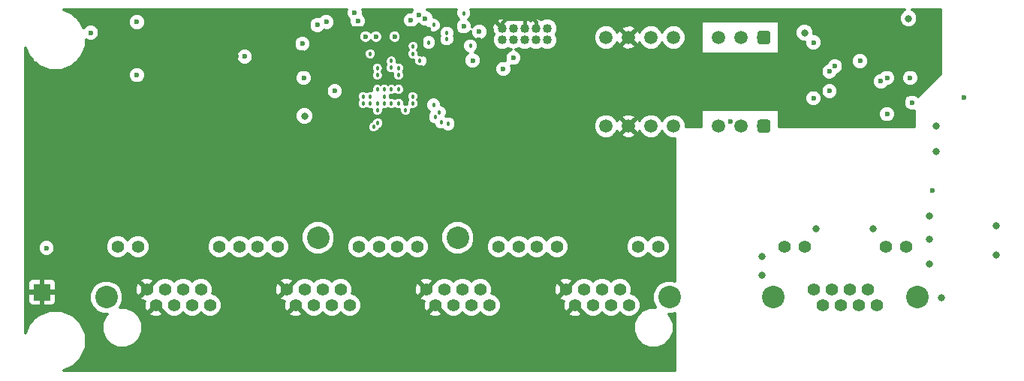
<source format=gbr>
G04 #@! TF.GenerationSoftware,KiCad,Pcbnew,6.0.0-rc1-unknown-106eaaa~84~ubuntu18.04.1*
G04 #@! TF.CreationDate,2018-11-27T01:39:18+00:00*
G04 #@! TF.ProjectId,proto-switch,70726f74-6f2d-4737-9769-7463682e6b69,1*
G04 #@! TF.SameCoordinates,Original*
G04 #@! TF.FileFunction,Copper,L2,Inr*
G04 #@! TF.FilePolarity,Positive*
%FSLAX46Y46*%
G04 Gerber Fmt 4.6, Leading zero omitted, Abs format (unit mm)*
G04 Created by KiCad (PCBNEW 6.0.0-rc1-unknown-106eaaa~84~ubuntu18.04.1) date Tue 27 Nov 2018 01:39:18 GMT*
%MOMM*%
%LPD*%
G01*
G04 APERTURE LIST*
G04 #@! TA.AperFunction,ViaPad*
%ADD10C,1.400000*%
G04 #@! TD*
G04 #@! TA.AperFunction,ViaPad*
%ADD11C,2.540000*%
G04 #@! TD*
G04 #@! TA.AperFunction,ViaPad*
%ADD12R,1.900000X1.900000*%
G04 #@! TD*
G04 #@! TA.AperFunction,ViaPad*
%ADD13C,1.016000*%
G04 #@! TD*
G04 #@! TA.AperFunction,ViaPad*
%ADD14C,1.500000*%
G04 #@! TD*
G04 #@! TA.AperFunction,Conductor*
%ADD15C,0.100000*%
G04 #@! TD*
G04 #@! TA.AperFunction,ViaPad*
%ADD16C,0.500000*%
G04 #@! TD*
G04 #@! TA.AperFunction,ViaPad*
%ADD17C,0.800000*%
G04 #@! TD*
G04 #@! TA.AperFunction,ViaPad*
%ADD18C,0.600000*%
G04 #@! TD*
G04 #@! TA.AperFunction,ViaPad*
%ADD19C,0.457200*%
G04 #@! TD*
G04 #@! TA.AperFunction,Conductor*
%ADD20C,0.400000*%
G04 #@! TD*
G04 #@! TA.AperFunction,Conductor*
%ADD21C,0.300000*%
G04 #@! TD*
G04 APERTURE END LIST*
D10*
G04 #@! TO.N,/Ethernet/VB1*
G04 #@! TO.C,J302*
X169544000Y-150182000D03*
G04 #@! TO.N,Net-(J302-Pad6)*
X171576000Y-150182000D03*
G04 #@! TO.N,/Ethernet/VB2*
X173608000Y-150182000D03*
G04 #@! TO.N,Net-(J302-Pad2)*
X175640000Y-150182000D03*
G04 #@! TO.N,/Ethernet/VB1*
X170560000Y-151960000D03*
G04 #@! TO.N,/Ethernet/VB2*
X172592000Y-151960000D03*
G04 #@! TO.N,Net-(J302-Pad3)*
X174624000Y-151960000D03*
G04 #@! TO.N,Net-(J302-Pad1)*
X176656000Y-151960000D03*
G04 #@! TO.N,Net-(J302-Pad12)*
X166242000Y-145356000D03*
G04 #@! TO.N,/Ethernet/LINK_LED*
X179958000Y-145356000D03*
G04 #@! TO.N,GND*
X168528000Y-145356000D03*
G04 #@! TO.N,Net-(J302-Pad10)*
X177672000Y-145356000D03*
D11*
G04 #@! TO.N,CHASSIS*
X164972000Y-151071000D03*
G04 #@! TO.N,Net-(J302-PadS2)*
X181228000Y-151071000D03*
G04 #@! TD*
G04 #@! TO.N,Net-(J401-PadS3)*
G04 #@! TO.C,J401*
X129378000Y-144340000D03*
G04 #@! TO.N,Net-(J401-PadS2)*
X113628000Y-144340000D03*
G04 #@! TO.N,CHASSIS*
X153250000Y-151071000D03*
D10*
G04 #@! TO.N,/TGBe Ports/TX4+*
X146652000Y-151960000D03*
G04 #@! TO.N,/TGBe Ports/TX3+*
X130902000Y-151960000D03*
G04 #@! TO.N,/TGBe Ports/TX2+*
X115152000Y-151960000D03*
G04 #@! TO.N,/TGBe Ports/P4_LED2*
X138270000Y-145356000D03*
G04 #@! TO.N,/TGBe Ports/P3_LED2*
X122520000Y-145356000D03*
G04 #@! TO.N,/TGBe Ports/P2_LED2*
X106770000Y-145356000D03*
G04 #@! TO.N,Net-(J401-Pad4P11)*
X140556000Y-145356000D03*
G04 #@! TO.N,Net-(J401-Pad3P11)*
X124806000Y-145356000D03*
G04 #@! TO.N,Net-(J401-Pad2P11)*
X109056000Y-145356000D03*
G04 #@! TO.N,/TGBe Ports/P4_LED1*
X149700000Y-145356000D03*
G04 #@! TO.N,/TGBe Ports/P3_LED1*
X133950000Y-145356000D03*
G04 #@! TO.N,/TGBe Ports/P2_LED1*
X118200000Y-145356000D03*
G04 #@! TO.N,GND*
X142588000Y-151960000D03*
X126838000Y-151960000D03*
X111088000Y-151960000D03*
G04 #@! TO.N,24v*
X144620000Y-151960000D03*
X128870000Y-151960000D03*
X113120000Y-151960000D03*
G04 #@! TO.N,Net-(J401-Pad4P9)*
X151986000Y-145356000D03*
G04 #@! TO.N,Net-(J401-Pad3P9)*
X136236000Y-145356000D03*
G04 #@! TO.N,Net-(J401-Pad2P9)*
X120486000Y-145356000D03*
G04 #@! TO.N,GND*
X141572000Y-150182000D03*
X125822000Y-150182000D03*
X110072000Y-150182000D03*
G04 #@! TO.N,/TGBe Ports/TX4-*
X143604000Y-150182000D03*
G04 #@! TO.N,/TGBe Ports/TX3-*
X127854000Y-150182000D03*
G04 #@! TO.N,/TGBe Ports/TX2-*
X112104000Y-150182000D03*
G04 #@! TO.N,/TGBe Ports/RX4+*
X148684000Y-151960000D03*
G04 #@! TO.N,/TGBe Ports/RX3+*
X132934000Y-151960000D03*
G04 #@! TO.N,/TGBe Ports/RX2+*
X117184000Y-151960000D03*
G04 #@! TO.N,24v*
X145636000Y-150182000D03*
X129886000Y-150182000D03*
X114136000Y-150182000D03*
G04 #@! TO.N,/TGBe Ports/RX4-*
X147668000Y-150182000D03*
G04 #@! TO.N,/TGBe Ports/RX3-*
X131918000Y-150182000D03*
G04 #@! TO.N,/TGBe Ports/RX2-*
X116168000Y-150182000D03*
G04 #@! TO.N,GND*
X94322000Y-150182000D03*
G04 #@! TO.N,/TGBe Ports/TX1-*
X96354000Y-150182000D03*
G04 #@! TO.N,24v*
X98386000Y-150182000D03*
G04 #@! TO.N,/TGBe Ports/RX1-*
X100418000Y-150182000D03*
G04 #@! TO.N,GND*
X95338000Y-151960000D03*
G04 #@! TO.N,24v*
X97370000Y-151960000D03*
G04 #@! TO.N,/TGBe Ports/TX1+*
X99402000Y-151960000D03*
G04 #@! TO.N,/TGBe Ports/RX1+*
X101434000Y-151960000D03*
G04 #@! TO.N,/TGBe Ports/P1_LED2*
X91020000Y-145356000D03*
G04 #@! TO.N,Net-(J401-Pad1P9)*
X104736000Y-145356000D03*
G04 #@! TO.N,Net-(J401-Pad1P11)*
X93306000Y-145356000D03*
G04 #@! TO.N,/TGBe Ports/P1_LED1*
X102450000Y-145356000D03*
D11*
G04 #@! TO.N,Net-(J401-PadS1)*
X89750000Y-151071000D03*
G04 #@! TD*
D12*
G04 #@! TO.N,GND*
G04 #@! TO.C,J501*
X82500000Y-150500000D03*
G04 #@! TD*
D13*
G04 #@! TO.N,/iCE40/FLASH_SDO*
G04 #@! TO.C,J201*
X134410000Y-122000000D03*
G04 #@! TO.N,GND*
X134410000Y-120730000D03*
G04 #@! TO.N,/iCE40/CRESET_B*
X135680000Y-122000000D03*
G04 #@! TO.N,Net-(J201-Pad7)*
X135680000Y-120730000D03*
G04 #@! TO.N,/iCE40/FLASH_SS*
X136950000Y-122000000D03*
G04 #@! TO.N,GND*
X136950000Y-120730000D03*
G04 #@! TO.N,/iCE40/FLASH_SCK*
X138220000Y-122000000D03*
G04 #@! TO.N,GND*
X138220000Y-120730000D03*
G04 #@! TO.N,/iCE40/FLASH_SDI*
X139490000Y-122000000D03*
G04 #@! TO.N,3v3*
X139490000Y-120730000D03*
G04 #@! TD*
D14*
G04 #@! TO.N,Net-(IC503-Pad8)*
G04 #@! TO.C,IC503*
X146110000Y-131750000D03*
G04 #@! TO.N,GND*
X148650000Y-131750000D03*
G04 #@! TO.N,24v*
X151190000Y-131750000D03*
G04 #@! TO.N,Net-(IC503-Pad5)*
X153730000Y-131750000D03*
G04 #@! TO.N,Net-(IC503-Pad3)*
X158810000Y-131750000D03*
G04 #@! TO.N,/Ethernet/48VDC*
X161350000Y-131750000D03*
D15*
G04 #@! TO.N,/Ethernet/0VDC*
G36*
X164301756Y-131001806D02*
X164338159Y-131007206D01*
X164373857Y-131016147D01*
X164408506Y-131028545D01*
X164441774Y-131044280D01*
X164473339Y-131063199D01*
X164502897Y-131085121D01*
X164530165Y-131109835D01*
X164554879Y-131137103D01*
X164576801Y-131166661D01*
X164595720Y-131198226D01*
X164611455Y-131231494D01*
X164623853Y-131266143D01*
X164632794Y-131301841D01*
X164638194Y-131338244D01*
X164640000Y-131375000D01*
X164640000Y-132125000D01*
X164638194Y-132161756D01*
X164632794Y-132198159D01*
X164623853Y-132233857D01*
X164611455Y-132268506D01*
X164595720Y-132301774D01*
X164576801Y-132333339D01*
X164554879Y-132362897D01*
X164530165Y-132390165D01*
X164502897Y-132414879D01*
X164473339Y-132436801D01*
X164441774Y-132455720D01*
X164408506Y-132471455D01*
X164373857Y-132483853D01*
X164338159Y-132492794D01*
X164301756Y-132498194D01*
X164265000Y-132500000D01*
X163515000Y-132500000D01*
X163478244Y-132498194D01*
X163441841Y-132492794D01*
X163406143Y-132483853D01*
X163371494Y-132471455D01*
X163338226Y-132455720D01*
X163306661Y-132436801D01*
X163277103Y-132414879D01*
X163249835Y-132390165D01*
X163225121Y-132362897D01*
X163203199Y-132333339D01*
X163184280Y-132301774D01*
X163168545Y-132268506D01*
X163156147Y-132233857D01*
X163147206Y-132198159D01*
X163141806Y-132161756D01*
X163140000Y-132125000D01*
X163140000Y-131375000D01*
X163141806Y-131338244D01*
X163147206Y-131301841D01*
X163156147Y-131266143D01*
X163168545Y-131231494D01*
X163184280Y-131198226D01*
X163203199Y-131166661D01*
X163225121Y-131137103D01*
X163249835Y-131109835D01*
X163277103Y-131085121D01*
X163306661Y-131063199D01*
X163338226Y-131044280D01*
X163371494Y-131028545D01*
X163406143Y-131016147D01*
X163441841Y-131007206D01*
X163478244Y-131001806D01*
X163515000Y-131000000D01*
X164265000Y-131000000D01*
X164301756Y-131001806D01*
X164301756Y-131001806D01*
G37*
D14*
X163890000Y-131750000D03*
G04 #@! TD*
G04 #@! TO.N,Net-(IC501-Pad8)*
G04 #@! TO.C,IC501*
X146110000Y-121750000D03*
G04 #@! TO.N,GND*
X148650000Y-121750000D03*
G04 #@! TO.N,3v3*
X151190000Y-121750000D03*
G04 #@! TO.N,Net-(IC501-Pad5)*
X153730000Y-121750000D03*
G04 #@! TO.N,Net-(IC501-Pad3)*
X158810000Y-121750000D03*
G04 #@! TO.N,/Ethernet/48VDC*
X161350000Y-121750000D03*
D15*
G04 #@! TO.N,/Ethernet/0VDC*
G36*
X164301756Y-121001806D02*
X164338159Y-121007206D01*
X164373857Y-121016147D01*
X164408506Y-121028545D01*
X164441774Y-121044280D01*
X164473339Y-121063199D01*
X164502897Y-121085121D01*
X164530165Y-121109835D01*
X164554879Y-121137103D01*
X164576801Y-121166661D01*
X164595720Y-121198226D01*
X164611455Y-121231494D01*
X164623853Y-121266143D01*
X164632794Y-121301841D01*
X164638194Y-121338244D01*
X164640000Y-121375000D01*
X164640000Y-122125000D01*
X164638194Y-122161756D01*
X164632794Y-122198159D01*
X164623853Y-122233857D01*
X164611455Y-122268506D01*
X164595720Y-122301774D01*
X164576801Y-122333339D01*
X164554879Y-122362897D01*
X164530165Y-122390165D01*
X164502897Y-122414879D01*
X164473339Y-122436801D01*
X164441774Y-122455720D01*
X164408506Y-122471455D01*
X164373857Y-122483853D01*
X164338159Y-122492794D01*
X164301756Y-122498194D01*
X164265000Y-122500000D01*
X163515000Y-122500000D01*
X163478244Y-122498194D01*
X163441841Y-122492794D01*
X163406143Y-122483853D01*
X163371494Y-122471455D01*
X163338226Y-122455720D01*
X163306661Y-122436801D01*
X163277103Y-122414879D01*
X163249835Y-122390165D01*
X163225121Y-122362897D01*
X163203199Y-122333339D01*
X163184280Y-122301774D01*
X163168545Y-122268506D01*
X163156147Y-122233857D01*
X163147206Y-122198159D01*
X163141806Y-122161756D01*
X163140000Y-122125000D01*
X163140000Y-121375000D01*
X163141806Y-121338244D01*
X163147206Y-121301841D01*
X163156147Y-121266143D01*
X163168545Y-121231494D01*
X163184280Y-121198226D01*
X163203199Y-121166661D01*
X163225121Y-121137103D01*
X163249835Y-121109835D01*
X163277103Y-121085121D01*
X163306661Y-121063199D01*
X163338226Y-121044280D01*
X163371494Y-121028545D01*
X163406143Y-121016147D01*
X163441841Y-121007206D01*
X163478244Y-121001806D01*
X163515000Y-121000000D01*
X164265000Y-121000000D01*
X164301756Y-121001806D01*
X164301756Y-121001806D01*
G37*
D14*
X163890000Y-121750000D03*
G04 #@! TD*
D16*
G04 #@! TO.N,GND*
G04 #@! TO.C,IC301*
X174600000Y-126900000D03*
X173400000Y-126900000D03*
X174600000Y-128100000D03*
X173400000Y-128100000D03*
G04 #@! TD*
D17*
G04 #@! TO.N,GND*
X166100000Y-129500000D03*
D18*
X170100000Y-131100000D03*
X180400000Y-127500000D03*
D17*
X175100000Y-119600000D03*
X180400000Y-131500000D03*
X89500000Y-147100000D03*
D18*
X105800000Y-142400000D03*
X121600000Y-142400000D03*
X137300000Y-142400000D03*
X150300000Y-143100000D03*
X98400000Y-144000000D03*
X98400000Y-141200000D03*
X116800000Y-143900000D03*
X116800000Y-141200000D03*
X126200000Y-143900000D03*
X126200000Y-141200000D03*
X145600000Y-144000000D03*
X145600000Y-141200000D03*
D19*
X121100000Y-126000000D03*
X121100000Y-126800000D03*
X121900000Y-126800000D03*
X122700000Y-126800000D03*
X121900000Y-126000000D03*
D18*
X88350000Y-122450000D03*
X88350000Y-125150000D03*
X110100000Y-123900000D03*
X105700000Y-127250000D03*
X116300000Y-120800000D03*
X118050000Y-121650000D03*
X121050000Y-121650000D03*
X123150000Y-121650000D03*
X109500000Y-128000000D03*
X113100000Y-128000000D03*
X111850000Y-123400000D03*
D19*
X129100000Y-133100000D03*
X128300000Y-135900000D03*
X129500000Y-135900000D03*
D18*
X104450000Y-123900000D03*
X103000000Y-120500000D03*
X143000000Y-119300000D03*
X143000000Y-124800000D03*
X126100000Y-120800000D03*
X131800000Y-122000000D03*
D19*
X128650000Y-122700000D03*
D18*
X133500000Y-124450000D03*
D17*
X81000000Y-127000000D03*
X88000000Y-159000000D03*
X93000000Y-159000000D03*
X98000000Y-159000000D03*
X103000000Y-159000000D03*
X108000000Y-159000000D03*
X113000000Y-159000000D03*
X118000000Y-159000000D03*
X123000000Y-159000000D03*
X128000000Y-159000000D03*
X133000000Y-159000000D03*
X138000000Y-159000000D03*
X143000000Y-159000000D03*
X148000000Y-159000000D03*
X153000000Y-159000000D03*
X87000000Y-119000000D03*
X133000000Y-119000000D03*
X138000000Y-119000000D03*
X148000000Y-119000000D03*
X183000000Y-120000000D03*
X114000000Y-135500000D03*
X107000000Y-131000000D03*
X102000000Y-131000000D03*
X97000000Y-131000000D03*
X100500000Y-141500000D03*
X121000000Y-138000000D03*
X114900000Y-140600000D03*
X103000000Y-152500000D03*
X118800000Y-152400000D03*
X134500000Y-152500000D03*
X143500000Y-141300000D03*
X145800000Y-138400000D03*
X141500000Y-137700000D03*
X130400000Y-137700000D03*
X134500000Y-131500000D03*
X81000000Y-132000000D03*
X81000000Y-137000000D03*
X81000000Y-142000000D03*
X95200000Y-120600000D03*
X109400000Y-120600000D03*
X99000000Y-137600000D03*
X104400000Y-137600000D03*
X109800000Y-137600000D03*
X96400000Y-140400000D03*
D18*
X92450000Y-141950000D03*
X174700000Y-121900000D03*
X179800000Y-124800000D03*
X178300000Y-124400000D03*
X128000000Y-140900000D03*
D17*
X124300000Y-141200000D03*
D18*
X138100000Y-125300000D03*
D17*
X112100000Y-135000000D03*
D18*
X156100000Y-131000000D03*
X91700000Y-129500000D03*
X91700000Y-139800000D03*
G04 #@! TO.N,3v3*
X180400000Y-126300000D03*
D17*
X180200000Y-119600000D03*
X168500000Y-121200000D03*
D18*
X83000000Y-145500000D03*
D19*
X121900000Y-127600000D03*
X122700000Y-126000000D03*
X121100000Y-127600000D03*
X121850000Y-125150000D03*
X119500000Y-123600000D03*
X120300000Y-126000000D03*
D18*
X88000000Y-121200000D03*
X93200000Y-120000000D03*
X93200000Y-126000000D03*
X111850000Y-122450000D03*
X118950000Y-121650000D03*
X122250000Y-121650000D03*
X112000000Y-126300000D03*
D19*
X127500000Y-131300000D03*
D18*
X105350000Y-123900000D03*
X114550000Y-120000000D03*
D19*
X126100000Y-122300000D03*
D18*
X131800000Y-121100000D03*
X125700000Y-119600000D03*
D19*
X130050000Y-119000000D03*
D18*
X174750000Y-124400000D03*
X134500000Y-125300000D03*
D17*
X112100000Y-130600000D03*
D18*
X180600000Y-129100000D03*
D19*
G04 #@! TO.N,1v2*
X122700000Y-127600000D03*
X120300000Y-127600000D03*
X120300000Y-125200000D03*
X122700000Y-125200000D03*
D18*
X120150000Y-121650000D03*
X115500000Y-127800000D03*
D19*
X128300000Y-131500000D03*
D18*
X124100000Y-119800000D03*
X131050000Y-124350000D03*
G04 #@! TO.N,Net-(C301-Pad1)*
X169500000Y-128600000D03*
X169500000Y-122300000D03*
D17*
G04 #@! TO.N,/Ethernet/VB1*
X183900000Y-151100000D03*
G04 #@! TO.N,/Ethernet/VB2*
X182600000Y-147300000D03*
G04 #@! TO.N,/Ethernet/VA1*
X176200000Y-143300000D03*
X163700000Y-148600000D03*
X182600000Y-144500000D03*
G04 #@! TO.N,/Ethernet/VA2*
X169800000Y-143300000D03*
X163700000Y-146500000D03*
X182600000Y-141900000D03*
G04 #@! TO.N,Net-(C313-Pad2)*
X190100000Y-146300000D03*
X190100000Y-143000000D03*
D19*
G04 #@! TO.N,/iCE40/FLASH_IO2*
X124350000Y-122750000D03*
D18*
X130050000Y-120500000D03*
D19*
G04 #@! TO.N,/iCE40/FLASH_SDO*
X124300000Y-123600000D03*
X128150000Y-121900000D03*
G04 #@! TO.N,/iCE40/FLASH_SS*
X128150000Y-121250000D03*
X130800000Y-122700000D03*
X126650000Y-120350000D03*
D18*
G04 #@! TO.N,/iCE40/CRESET_B*
X113550000Y-120350000D03*
X117750000Y-118950000D03*
D19*
X125100000Y-124400000D03*
D18*
X135650000Y-124050000D03*
X125000000Y-119250000D03*
D19*
G04 #@! TO.N,/iCE40/CDONE*
X121900000Y-124400000D03*
D18*
X118100000Y-119900000D03*
D19*
G04 #@! TO.N,/TGBe Ports/P4_LED1*
X121100000Y-128400000D03*
G04 #@! TO.N,/TGBe Ports/P3_LED2*
X121100000Y-129200000D03*
G04 #@! TO.N,/TGBe Ports/P1_LED2*
X119500000Y-128400000D03*
G04 #@! TO.N,/TGBe Ports/P2_LED2*
X118700000Y-129200000D03*
G04 #@! TO.N,/TGBe Ports/P1_LED1*
X118700000Y-128400000D03*
G04 #@! TO.N,/TGBe Ports/P3_LED1*
X121900000Y-129200000D03*
G04 #@! TO.N,/TGBe Ports/P4_LED2*
X122700000Y-129200000D03*
G04 #@! TO.N,/TGBe Ports/P2_LED1*
X119500000Y-129200000D03*
G04 #@! TO.N,/TGBe Ports/RD2+*
X120300000Y-130000000D03*
X120350000Y-131400000D03*
G04 #@! TO.N,/TGBe Ports/RD2-*
X120300000Y-129200000D03*
X119900000Y-131850000D03*
D18*
G04 #@! TO.N,/Ethernet/MDC*
X177100000Y-126700000D03*
X171300000Y-125600000D03*
G04 #@! TO.N,/Ethernet/MDIO*
X177800000Y-126300000D03*
X171900000Y-125000000D03*
G04 #@! TO.N,/Power/48VPG*
X186500000Y-128500000D03*
D17*
G04 #@! TO.N,/Ethernet/48VDC*
X183300000Y-134600000D03*
D19*
G04 #@! TO.N,/Ethernet/TXD0*
X126650000Y-129350000D03*
X124300000Y-128400000D03*
D18*
G04 #@! TO.N,/Ethernet/LINK_LED*
X171300000Y-127800000D03*
D19*
G04 #@! TO.N,/iCE40/PHY_~RST*
X124300000Y-129200000D03*
X127300000Y-130200000D03*
G04 #@! TO.N,/iCE40/ETH_LED*
X126850000Y-130700000D03*
X123500000Y-130000000D03*
D18*
G04 #@! TO.N,/Power/48VPG*
X182900000Y-139000000D03*
D17*
G04 #@! TO.N,/Ethernet/0VDC*
X183300000Y-131700000D03*
D18*
G04 #@! TO.N,Net-(IC501-Pad3)*
X160100000Y-131200000D03*
G04 #@! TO.N,Net-(J302-Pad10)*
X177800000Y-130400000D03*
G04 #@! TD*
D20*
G04 #@! TO.N,GND*
X134410000Y-120730000D02*
X134410000Y-120040000D01*
X134410000Y-120040000D02*
X134800000Y-119650000D01*
X138220000Y-119970000D02*
X138220000Y-120730000D01*
X137900000Y-119650000D02*
X138220000Y-119970000D01*
X136950000Y-120730000D02*
X136950000Y-119650000D01*
X134800000Y-119650000D02*
X136950000Y-119650000D01*
X136950000Y-119650000D02*
X137900000Y-119650000D01*
G04 #@! TD*
D21*
G04 #@! TO.N,GND*
G36*
X125350000Y-123769042D02*
X125234982Y-123721400D01*
X124978600Y-123721400D01*
X124978600Y-123465018D01*
X124875290Y-123215604D01*
X124859686Y-123200000D01*
X124925290Y-123134396D01*
X125028600Y-122884982D01*
X125028600Y-122615018D01*
X124925290Y-122365604D01*
X124734396Y-122174710D01*
X124484982Y-122071400D01*
X124215018Y-122071400D01*
X123965604Y-122174710D01*
X123774710Y-122365604D01*
X123671400Y-122615018D01*
X123671400Y-122884982D01*
X123774710Y-123134396D01*
X123790314Y-123150000D01*
X123724710Y-123215604D01*
X123621400Y-123465018D01*
X123621400Y-123734982D01*
X123724710Y-123984396D01*
X123915604Y-124175290D01*
X124165018Y-124278600D01*
X124421400Y-124278600D01*
X124421400Y-124534982D01*
X124524710Y-124784396D01*
X124715604Y-124975290D01*
X124965018Y-125078600D01*
X125234982Y-125078600D01*
X125350000Y-125030958D01*
X125350000Y-132850000D01*
X117650000Y-132850000D01*
X117650000Y-131715018D01*
X119221400Y-131715018D01*
X119221400Y-131984982D01*
X119324710Y-132234396D01*
X119515604Y-132425290D01*
X119765018Y-132528600D01*
X120034982Y-132528600D01*
X120284396Y-132425290D01*
X120475290Y-132234396D01*
X120551180Y-132051180D01*
X120734396Y-131975290D01*
X120925290Y-131784396D01*
X121028600Y-131534982D01*
X121028600Y-131265018D01*
X120925290Y-131015604D01*
X120734396Y-130824710D01*
X120484982Y-130721400D01*
X120215018Y-130721400D01*
X119965604Y-130824710D01*
X119774710Y-131015604D01*
X119698820Y-131198820D01*
X119515604Y-131274710D01*
X119324710Y-131465604D01*
X119221400Y-131715018D01*
X117650000Y-131715018D01*
X117650000Y-128265018D01*
X118021400Y-128265018D01*
X118021400Y-128534982D01*
X118124710Y-128784396D01*
X118140314Y-128800000D01*
X118124710Y-128815604D01*
X118021400Y-129065018D01*
X118021400Y-129334982D01*
X118124710Y-129584396D01*
X118315604Y-129775290D01*
X118565018Y-129878600D01*
X118834982Y-129878600D01*
X119084396Y-129775290D01*
X119100000Y-129759686D01*
X119115604Y-129775290D01*
X119365018Y-129878600D01*
X119621400Y-129878600D01*
X119621400Y-130134982D01*
X119724710Y-130384396D01*
X119915604Y-130575290D01*
X120165018Y-130678600D01*
X120434982Y-130678600D01*
X120684396Y-130575290D01*
X120875290Y-130384396D01*
X120978600Y-130134982D01*
X120978600Y-129878600D01*
X121234982Y-129878600D01*
X121484396Y-129775290D01*
X121500000Y-129759686D01*
X121515604Y-129775290D01*
X121765018Y-129878600D01*
X122034982Y-129878600D01*
X122284396Y-129775290D01*
X122300000Y-129759686D01*
X122315604Y-129775290D01*
X122565018Y-129878600D01*
X122821400Y-129878600D01*
X122821400Y-130134982D01*
X122924710Y-130384396D01*
X123115604Y-130575290D01*
X123365018Y-130678600D01*
X123634982Y-130678600D01*
X123884396Y-130575290D01*
X124075290Y-130384396D01*
X124178600Y-130134982D01*
X124178600Y-129878600D01*
X124434982Y-129878600D01*
X124684396Y-129775290D01*
X124875290Y-129584396D01*
X124978600Y-129334982D01*
X124978600Y-129065018D01*
X124875290Y-128815604D01*
X124859686Y-128800000D01*
X124875290Y-128784396D01*
X124978600Y-128534982D01*
X124978600Y-128265018D01*
X124875290Y-128015604D01*
X124684396Y-127824710D01*
X124434982Y-127721400D01*
X124165018Y-127721400D01*
X123915604Y-127824710D01*
X123724710Y-128015604D01*
X123621400Y-128265018D01*
X123621400Y-128534982D01*
X123724710Y-128784396D01*
X123740314Y-128800000D01*
X123724710Y-128815604D01*
X123621400Y-129065018D01*
X123621400Y-129321400D01*
X123378600Y-129321400D01*
X123378600Y-129065018D01*
X123275290Y-128815604D01*
X123084396Y-128624710D01*
X122834982Y-128521400D01*
X122565018Y-128521400D01*
X122315604Y-128624710D01*
X122300000Y-128640314D01*
X122284396Y-128624710D01*
X122034982Y-128521400D01*
X121778600Y-128521400D01*
X121778600Y-128278600D01*
X122034982Y-128278600D01*
X122284396Y-128175290D01*
X122300000Y-128159686D01*
X122315604Y-128175290D01*
X122565018Y-128278600D01*
X122834982Y-128278600D01*
X123084396Y-128175290D01*
X123275290Y-127984396D01*
X123378600Y-127734982D01*
X123378600Y-127465018D01*
X123275290Y-127215604D01*
X123084396Y-127024710D01*
X122834982Y-126921400D01*
X122565018Y-126921400D01*
X122315604Y-127024710D01*
X122300000Y-127040314D01*
X122284396Y-127024710D01*
X122034982Y-126921400D01*
X121765018Y-126921400D01*
X121515604Y-127024710D01*
X121500000Y-127040314D01*
X121484396Y-127024710D01*
X121234982Y-126921400D01*
X120965018Y-126921400D01*
X120715604Y-127024710D01*
X120700000Y-127040314D01*
X120684396Y-127024710D01*
X120434982Y-126921400D01*
X120165018Y-126921400D01*
X119915604Y-127024710D01*
X119724710Y-127215604D01*
X119621400Y-127465018D01*
X119621400Y-127721400D01*
X119365018Y-127721400D01*
X119115604Y-127824710D01*
X119100000Y-127840314D01*
X119084396Y-127824710D01*
X118834982Y-127721400D01*
X118565018Y-127721400D01*
X118315604Y-127824710D01*
X118124710Y-128015604D01*
X118021400Y-128265018D01*
X117650000Y-128265018D01*
X117650000Y-125065018D01*
X119621400Y-125065018D01*
X119621400Y-125334982D01*
X119724710Y-125584396D01*
X119740314Y-125600000D01*
X119724710Y-125615604D01*
X119621400Y-125865018D01*
X119621400Y-126134982D01*
X119724710Y-126384396D01*
X119915604Y-126575290D01*
X120165018Y-126678600D01*
X120434982Y-126678600D01*
X120684396Y-126575290D01*
X120875290Y-126384396D01*
X120978600Y-126134982D01*
X120978600Y-125865018D01*
X120875290Y-125615604D01*
X120859686Y-125600000D01*
X120875290Y-125584396D01*
X120978600Y-125334982D01*
X120978600Y-125065018D01*
X120957890Y-125015018D01*
X121171400Y-125015018D01*
X121171400Y-125284982D01*
X121274710Y-125534396D01*
X121465604Y-125725290D01*
X121715018Y-125828600D01*
X121984982Y-125828600D01*
X122047151Y-125802849D01*
X122021400Y-125865018D01*
X122021400Y-126134982D01*
X122124710Y-126384396D01*
X122315604Y-126575290D01*
X122565018Y-126678600D01*
X122834982Y-126678600D01*
X123084396Y-126575290D01*
X123275290Y-126384396D01*
X123378600Y-126134982D01*
X123378600Y-125865018D01*
X123275290Y-125615604D01*
X123259686Y-125600000D01*
X123275290Y-125584396D01*
X123378600Y-125334982D01*
X123378600Y-125065018D01*
X123275290Y-124815604D01*
X123084396Y-124624710D01*
X122834982Y-124521400D01*
X122578600Y-124521400D01*
X122578600Y-124265018D01*
X122475290Y-124015604D01*
X122284396Y-123824710D01*
X122034982Y-123721400D01*
X121765018Y-123721400D01*
X121515604Y-123824710D01*
X121324710Y-124015604D01*
X121221400Y-124265018D01*
X121221400Y-124534982D01*
X121304561Y-124735753D01*
X121274710Y-124765604D01*
X121171400Y-125015018D01*
X120957890Y-125015018D01*
X120875290Y-124815604D01*
X120684396Y-124624710D01*
X120434982Y-124521400D01*
X120165018Y-124521400D01*
X119915604Y-124624710D01*
X119724710Y-124815604D01*
X119621400Y-125065018D01*
X117650000Y-125065018D01*
X117650000Y-123465018D01*
X118821400Y-123465018D01*
X118821400Y-123734982D01*
X118924710Y-123984396D01*
X119115604Y-124175290D01*
X119365018Y-124278600D01*
X119634982Y-124278600D01*
X119884396Y-124175290D01*
X120075290Y-123984396D01*
X120178600Y-123734982D01*
X120178600Y-123465018D01*
X120075290Y-123215604D01*
X119884396Y-123024710D01*
X119634982Y-122921400D01*
X119365018Y-122921400D01*
X119115604Y-123024710D01*
X118924710Y-123215604D01*
X118821400Y-123465018D01*
X117650000Y-123465018D01*
X117650000Y-121500816D01*
X118200000Y-121500816D01*
X118200000Y-121799184D01*
X118314181Y-122074841D01*
X118525159Y-122285819D01*
X118800816Y-122400000D01*
X119099184Y-122400000D01*
X119374841Y-122285819D01*
X119550000Y-122110660D01*
X119725159Y-122285819D01*
X120000816Y-122400000D01*
X120299184Y-122400000D01*
X120574841Y-122285819D01*
X120785819Y-122074841D01*
X120900000Y-121799184D01*
X120900000Y-121500816D01*
X121500000Y-121500816D01*
X121500000Y-121799184D01*
X121614181Y-122074841D01*
X121825159Y-122285819D01*
X122100816Y-122400000D01*
X122399184Y-122400000D01*
X122674841Y-122285819D01*
X122885819Y-122074841D01*
X123000000Y-121799184D01*
X123000000Y-121500816D01*
X122885819Y-121225159D01*
X122674841Y-121014181D01*
X122399184Y-120900000D01*
X122100816Y-120900000D01*
X121825159Y-121014181D01*
X121614181Y-121225159D01*
X121500000Y-121500816D01*
X120900000Y-121500816D01*
X120785819Y-121225159D01*
X120574841Y-121014181D01*
X120299184Y-120900000D01*
X120000816Y-120900000D01*
X119725159Y-121014181D01*
X119550000Y-121189340D01*
X119374841Y-121014181D01*
X119099184Y-120900000D01*
X118800816Y-120900000D01*
X118525159Y-121014181D01*
X118314181Y-121225159D01*
X118200000Y-121500816D01*
X117650000Y-121500816D01*
X117650000Y-120650000D01*
X125350000Y-120650000D01*
X125350000Y-123769042D01*
X125350000Y-123769042D01*
G37*
X125350000Y-123769042D02*
X125234982Y-123721400D01*
X124978600Y-123721400D01*
X124978600Y-123465018D01*
X124875290Y-123215604D01*
X124859686Y-123200000D01*
X124925290Y-123134396D01*
X125028600Y-122884982D01*
X125028600Y-122615018D01*
X124925290Y-122365604D01*
X124734396Y-122174710D01*
X124484982Y-122071400D01*
X124215018Y-122071400D01*
X123965604Y-122174710D01*
X123774710Y-122365604D01*
X123671400Y-122615018D01*
X123671400Y-122884982D01*
X123774710Y-123134396D01*
X123790314Y-123150000D01*
X123724710Y-123215604D01*
X123621400Y-123465018D01*
X123621400Y-123734982D01*
X123724710Y-123984396D01*
X123915604Y-124175290D01*
X124165018Y-124278600D01*
X124421400Y-124278600D01*
X124421400Y-124534982D01*
X124524710Y-124784396D01*
X124715604Y-124975290D01*
X124965018Y-125078600D01*
X125234982Y-125078600D01*
X125350000Y-125030958D01*
X125350000Y-132850000D01*
X117650000Y-132850000D01*
X117650000Y-131715018D01*
X119221400Y-131715018D01*
X119221400Y-131984982D01*
X119324710Y-132234396D01*
X119515604Y-132425290D01*
X119765018Y-132528600D01*
X120034982Y-132528600D01*
X120284396Y-132425290D01*
X120475290Y-132234396D01*
X120551180Y-132051180D01*
X120734396Y-131975290D01*
X120925290Y-131784396D01*
X121028600Y-131534982D01*
X121028600Y-131265018D01*
X120925290Y-131015604D01*
X120734396Y-130824710D01*
X120484982Y-130721400D01*
X120215018Y-130721400D01*
X119965604Y-130824710D01*
X119774710Y-131015604D01*
X119698820Y-131198820D01*
X119515604Y-131274710D01*
X119324710Y-131465604D01*
X119221400Y-131715018D01*
X117650000Y-131715018D01*
X117650000Y-128265018D01*
X118021400Y-128265018D01*
X118021400Y-128534982D01*
X118124710Y-128784396D01*
X118140314Y-128800000D01*
X118124710Y-128815604D01*
X118021400Y-129065018D01*
X118021400Y-129334982D01*
X118124710Y-129584396D01*
X118315604Y-129775290D01*
X118565018Y-129878600D01*
X118834982Y-129878600D01*
X119084396Y-129775290D01*
X119100000Y-129759686D01*
X119115604Y-129775290D01*
X119365018Y-129878600D01*
X119621400Y-129878600D01*
X119621400Y-130134982D01*
X119724710Y-130384396D01*
X119915604Y-130575290D01*
X120165018Y-130678600D01*
X120434982Y-130678600D01*
X120684396Y-130575290D01*
X120875290Y-130384396D01*
X120978600Y-130134982D01*
X120978600Y-129878600D01*
X121234982Y-129878600D01*
X121484396Y-129775290D01*
X121500000Y-129759686D01*
X121515604Y-129775290D01*
X121765018Y-129878600D01*
X122034982Y-129878600D01*
X122284396Y-129775290D01*
X122300000Y-129759686D01*
X122315604Y-129775290D01*
X122565018Y-129878600D01*
X122821400Y-129878600D01*
X122821400Y-130134982D01*
X122924710Y-130384396D01*
X123115604Y-130575290D01*
X123365018Y-130678600D01*
X123634982Y-130678600D01*
X123884396Y-130575290D01*
X124075290Y-130384396D01*
X124178600Y-130134982D01*
X124178600Y-129878600D01*
X124434982Y-129878600D01*
X124684396Y-129775290D01*
X124875290Y-129584396D01*
X124978600Y-129334982D01*
X124978600Y-129065018D01*
X124875290Y-128815604D01*
X124859686Y-128800000D01*
X124875290Y-128784396D01*
X124978600Y-128534982D01*
X124978600Y-128265018D01*
X124875290Y-128015604D01*
X124684396Y-127824710D01*
X124434982Y-127721400D01*
X124165018Y-127721400D01*
X123915604Y-127824710D01*
X123724710Y-128015604D01*
X123621400Y-128265018D01*
X123621400Y-128534982D01*
X123724710Y-128784396D01*
X123740314Y-128800000D01*
X123724710Y-128815604D01*
X123621400Y-129065018D01*
X123621400Y-129321400D01*
X123378600Y-129321400D01*
X123378600Y-129065018D01*
X123275290Y-128815604D01*
X123084396Y-128624710D01*
X122834982Y-128521400D01*
X122565018Y-128521400D01*
X122315604Y-128624710D01*
X122300000Y-128640314D01*
X122284396Y-128624710D01*
X122034982Y-128521400D01*
X121778600Y-128521400D01*
X121778600Y-128278600D01*
X122034982Y-128278600D01*
X122284396Y-128175290D01*
X122300000Y-128159686D01*
X122315604Y-128175290D01*
X122565018Y-128278600D01*
X122834982Y-128278600D01*
X123084396Y-128175290D01*
X123275290Y-127984396D01*
X123378600Y-127734982D01*
X123378600Y-127465018D01*
X123275290Y-127215604D01*
X123084396Y-127024710D01*
X122834982Y-126921400D01*
X122565018Y-126921400D01*
X122315604Y-127024710D01*
X122300000Y-127040314D01*
X122284396Y-127024710D01*
X122034982Y-126921400D01*
X121765018Y-126921400D01*
X121515604Y-127024710D01*
X121500000Y-127040314D01*
X121484396Y-127024710D01*
X121234982Y-126921400D01*
X120965018Y-126921400D01*
X120715604Y-127024710D01*
X120700000Y-127040314D01*
X120684396Y-127024710D01*
X120434982Y-126921400D01*
X120165018Y-126921400D01*
X119915604Y-127024710D01*
X119724710Y-127215604D01*
X119621400Y-127465018D01*
X119621400Y-127721400D01*
X119365018Y-127721400D01*
X119115604Y-127824710D01*
X119100000Y-127840314D01*
X119084396Y-127824710D01*
X118834982Y-127721400D01*
X118565018Y-127721400D01*
X118315604Y-127824710D01*
X118124710Y-128015604D01*
X118021400Y-128265018D01*
X117650000Y-128265018D01*
X117650000Y-125065018D01*
X119621400Y-125065018D01*
X119621400Y-125334982D01*
X119724710Y-125584396D01*
X119740314Y-125600000D01*
X119724710Y-125615604D01*
X119621400Y-125865018D01*
X119621400Y-126134982D01*
X119724710Y-126384396D01*
X119915604Y-126575290D01*
X120165018Y-126678600D01*
X120434982Y-126678600D01*
X120684396Y-126575290D01*
X120875290Y-126384396D01*
X120978600Y-126134982D01*
X120978600Y-125865018D01*
X120875290Y-125615604D01*
X120859686Y-125600000D01*
X120875290Y-125584396D01*
X120978600Y-125334982D01*
X120978600Y-125065018D01*
X120957890Y-125015018D01*
X121171400Y-125015018D01*
X121171400Y-125284982D01*
X121274710Y-125534396D01*
X121465604Y-125725290D01*
X121715018Y-125828600D01*
X121984982Y-125828600D01*
X122047151Y-125802849D01*
X122021400Y-125865018D01*
X122021400Y-126134982D01*
X122124710Y-126384396D01*
X122315604Y-126575290D01*
X122565018Y-126678600D01*
X122834982Y-126678600D01*
X123084396Y-126575290D01*
X123275290Y-126384396D01*
X123378600Y-126134982D01*
X123378600Y-125865018D01*
X123275290Y-125615604D01*
X123259686Y-125600000D01*
X123275290Y-125584396D01*
X123378600Y-125334982D01*
X123378600Y-125065018D01*
X123275290Y-124815604D01*
X123084396Y-124624710D01*
X122834982Y-124521400D01*
X122578600Y-124521400D01*
X122578600Y-124265018D01*
X122475290Y-124015604D01*
X122284396Y-123824710D01*
X122034982Y-123721400D01*
X121765018Y-123721400D01*
X121515604Y-123824710D01*
X121324710Y-124015604D01*
X121221400Y-124265018D01*
X121221400Y-124534982D01*
X121304561Y-124735753D01*
X121274710Y-124765604D01*
X121171400Y-125015018D01*
X120957890Y-125015018D01*
X120875290Y-124815604D01*
X120684396Y-124624710D01*
X120434982Y-124521400D01*
X120165018Y-124521400D01*
X119915604Y-124624710D01*
X119724710Y-124815604D01*
X119621400Y-125065018D01*
X117650000Y-125065018D01*
X117650000Y-123465018D01*
X118821400Y-123465018D01*
X118821400Y-123734982D01*
X118924710Y-123984396D01*
X119115604Y-124175290D01*
X119365018Y-124278600D01*
X119634982Y-124278600D01*
X119884396Y-124175290D01*
X120075290Y-123984396D01*
X120178600Y-123734982D01*
X120178600Y-123465018D01*
X120075290Y-123215604D01*
X119884396Y-123024710D01*
X119634982Y-122921400D01*
X119365018Y-122921400D01*
X119115604Y-123024710D01*
X118924710Y-123215604D01*
X118821400Y-123465018D01*
X117650000Y-123465018D01*
X117650000Y-121500816D01*
X118200000Y-121500816D01*
X118200000Y-121799184D01*
X118314181Y-122074841D01*
X118525159Y-122285819D01*
X118800816Y-122400000D01*
X119099184Y-122400000D01*
X119374841Y-122285819D01*
X119550000Y-122110660D01*
X119725159Y-122285819D01*
X120000816Y-122400000D01*
X120299184Y-122400000D01*
X120574841Y-122285819D01*
X120785819Y-122074841D01*
X120900000Y-121799184D01*
X120900000Y-121500816D01*
X121500000Y-121500816D01*
X121500000Y-121799184D01*
X121614181Y-122074841D01*
X121825159Y-122285819D01*
X122100816Y-122400000D01*
X122399184Y-122400000D01*
X122674841Y-122285819D01*
X122885819Y-122074841D01*
X123000000Y-121799184D01*
X123000000Y-121500816D01*
X122885819Y-121225159D01*
X122674841Y-121014181D01*
X122399184Y-120900000D01*
X122100816Y-120900000D01*
X121825159Y-121014181D01*
X121614181Y-121225159D01*
X121500000Y-121500816D01*
X120900000Y-121500816D01*
X120785819Y-121225159D01*
X120574841Y-121014181D01*
X120299184Y-120900000D01*
X120000816Y-120900000D01*
X119725159Y-121014181D01*
X119550000Y-121189340D01*
X119374841Y-121014181D01*
X119099184Y-120900000D01*
X118800816Y-120900000D01*
X118525159Y-121014181D01*
X118314181Y-121225159D01*
X118200000Y-121500816D01*
X117650000Y-121500816D01*
X117650000Y-120650000D01*
X125350000Y-120650000D01*
X125350000Y-123769042D01*
G36*
X116800000Y-118761033D02*
X116800000Y-119138967D01*
X116944629Y-119488132D01*
X117155134Y-119698637D01*
X117150000Y-119711033D01*
X117150000Y-120088967D01*
X117294629Y-120438132D01*
X117561868Y-120705371D01*
X117911033Y-120850000D01*
X118288967Y-120850000D01*
X118638132Y-120705371D01*
X118905371Y-120438132D01*
X119050000Y-120088967D01*
X119050000Y-119711033D01*
X118905371Y-119361868D01*
X118694866Y-119151363D01*
X118700000Y-119138967D01*
X118700000Y-118761033D01*
X118654009Y-118650000D01*
X124256497Y-118650000D01*
X124194629Y-118711868D01*
X124137413Y-118850000D01*
X123911033Y-118850000D01*
X123561868Y-118994629D01*
X123294629Y-119261868D01*
X123150000Y-119611033D01*
X123150000Y-119988967D01*
X123294629Y-120338132D01*
X123561868Y-120605371D01*
X123911033Y-120750000D01*
X124288967Y-120750000D01*
X124638132Y-120605371D01*
X124905371Y-120338132D01*
X124960803Y-120204306D01*
X125161868Y-120405371D01*
X125511033Y-120550000D01*
X125781853Y-120550000D01*
X125905159Y-120847687D01*
X126152313Y-121094841D01*
X126475236Y-121228600D01*
X126824764Y-121228600D01*
X127147687Y-121094841D01*
X127345015Y-120897513D01*
X127271400Y-121075236D01*
X127271400Y-121424764D01*
X127333630Y-121575000D01*
X127271400Y-121725236D01*
X127271400Y-122074764D01*
X127405159Y-122397687D01*
X127652313Y-122644841D01*
X127975236Y-122778600D01*
X128324764Y-122778600D01*
X128647687Y-122644841D01*
X128767292Y-122525236D01*
X129921400Y-122525236D01*
X129921400Y-122874764D01*
X130055159Y-123197687D01*
X130302313Y-123444841D01*
X130527545Y-123538135D01*
X130511868Y-123544629D01*
X130244629Y-123811868D01*
X130100000Y-124161033D01*
X130100000Y-124538967D01*
X130244629Y-124888132D01*
X130511868Y-125155371D01*
X130861033Y-125300000D01*
X131238967Y-125300000D01*
X131588132Y-125155371D01*
X131855371Y-124888132D01*
X132000000Y-124538967D01*
X132000000Y-124161033D01*
X131855371Y-123811868D01*
X131588132Y-123544629D01*
X131312196Y-123430332D01*
X131544841Y-123197687D01*
X131678600Y-122874764D01*
X131678600Y-122525236D01*
X131544841Y-122202313D01*
X131297687Y-121955159D01*
X130974764Y-121821400D01*
X130625236Y-121821400D01*
X130302313Y-121955159D01*
X130055159Y-122202313D01*
X129921400Y-122525236D01*
X128767292Y-122525236D01*
X128894841Y-122397687D01*
X129028600Y-122074764D01*
X129028600Y-121725236D01*
X128966370Y-121575000D01*
X129028600Y-121424764D01*
X129028600Y-121075236D01*
X128894841Y-120752313D01*
X128647687Y-120505159D01*
X128324764Y-120371400D01*
X127975236Y-120371400D01*
X127652313Y-120505159D01*
X127454985Y-120702487D01*
X127528600Y-120524764D01*
X127528600Y-120175236D01*
X127394841Y-119852313D01*
X127147687Y-119605159D01*
X126824764Y-119471400D01*
X126650000Y-119471400D01*
X126650000Y-119411033D01*
X126505371Y-119061868D01*
X126238132Y-118794629D01*
X125888967Y-118650000D01*
X129243985Y-118650000D01*
X129171400Y-118825236D01*
X129171400Y-119174764D01*
X129305159Y-119497687D01*
X129506985Y-119699513D01*
X129244629Y-119961868D01*
X129100000Y-120311033D01*
X129100000Y-120688967D01*
X129244629Y-121038132D01*
X129511868Y-121305371D01*
X129861033Y-121450000D01*
X130238967Y-121450000D01*
X130588132Y-121305371D01*
X130850000Y-121043503D01*
X130850000Y-121288967D01*
X130994629Y-121638132D01*
X131261868Y-121905371D01*
X131611033Y-122050000D01*
X131988967Y-122050000D01*
X132338132Y-121905371D01*
X132605371Y-121638132D01*
X132750000Y-121288967D01*
X132750000Y-120911033D01*
X132605371Y-120561868D01*
X132596104Y-120552601D01*
X133242715Y-120552601D01*
X133263682Y-121012805D01*
X133399457Y-121340596D01*
X133427870Y-121345071D01*
X133252000Y-121769659D01*
X133252000Y-122230341D01*
X133428295Y-122655955D01*
X133754045Y-122981705D01*
X134179659Y-123158000D01*
X134640341Y-123158000D01*
X135045000Y-122990385D01*
X135385334Y-123131356D01*
X135111868Y-123244629D01*
X134844629Y-123511868D01*
X134700000Y-123861033D01*
X134700000Y-124238967D01*
X134757802Y-124378512D01*
X134688967Y-124350000D01*
X134311033Y-124350000D01*
X133961868Y-124494629D01*
X133694629Y-124761868D01*
X133550000Y-125111033D01*
X133550000Y-125488967D01*
X133694629Y-125838132D01*
X133961868Y-126105371D01*
X134311033Y-126250000D01*
X134688967Y-126250000D01*
X135038132Y-126105371D01*
X135305371Y-125838132D01*
X135450000Y-125488967D01*
X135450000Y-125411033D01*
X170350000Y-125411033D01*
X170350000Y-125788967D01*
X170494629Y-126138132D01*
X170761868Y-126405371D01*
X171111033Y-126550000D01*
X171488967Y-126550000D01*
X171583041Y-126511033D01*
X176150000Y-126511033D01*
X176150000Y-126888967D01*
X176294629Y-127238132D01*
X176561868Y-127505371D01*
X176911033Y-127650000D01*
X177288967Y-127650000D01*
X177638132Y-127505371D01*
X177893503Y-127250000D01*
X177988967Y-127250000D01*
X178338132Y-127105371D01*
X178605371Y-126838132D01*
X178750000Y-126488967D01*
X178750000Y-126111033D01*
X179450000Y-126111033D01*
X179450000Y-126488967D01*
X179594629Y-126838132D01*
X179861868Y-127105371D01*
X180211033Y-127250000D01*
X180588967Y-127250000D01*
X180938132Y-127105371D01*
X181205371Y-126838132D01*
X181350000Y-126488967D01*
X181350000Y-126111033D01*
X181205371Y-125761868D01*
X180938132Y-125494629D01*
X180588967Y-125350000D01*
X180211033Y-125350000D01*
X179861868Y-125494629D01*
X179594629Y-125761868D01*
X179450000Y-126111033D01*
X178750000Y-126111033D01*
X178605371Y-125761868D01*
X178338132Y-125494629D01*
X177988967Y-125350000D01*
X177611033Y-125350000D01*
X177261868Y-125494629D01*
X177006497Y-125750000D01*
X176911033Y-125750000D01*
X176561868Y-125894629D01*
X176294629Y-126161868D01*
X176150000Y-126511033D01*
X171583041Y-126511033D01*
X171838132Y-126405371D01*
X172105371Y-126138132D01*
X172202834Y-125902834D01*
X172438132Y-125805371D01*
X172705371Y-125538132D01*
X172850000Y-125188967D01*
X172850000Y-124811033D01*
X172705371Y-124461868D01*
X172454536Y-124211033D01*
X173800000Y-124211033D01*
X173800000Y-124588967D01*
X173944629Y-124938132D01*
X174211868Y-125205371D01*
X174561033Y-125350000D01*
X174938967Y-125350000D01*
X175288132Y-125205371D01*
X175555371Y-124938132D01*
X175700000Y-124588967D01*
X175700000Y-124211033D01*
X175555371Y-123861868D01*
X175288132Y-123594629D01*
X174938967Y-123450000D01*
X174561033Y-123450000D01*
X174211868Y-123594629D01*
X173944629Y-123861868D01*
X173800000Y-124211033D01*
X172454536Y-124211033D01*
X172438132Y-124194629D01*
X172088967Y-124050000D01*
X171711033Y-124050000D01*
X171361868Y-124194629D01*
X171094629Y-124461868D01*
X170997166Y-124697166D01*
X170761868Y-124794629D01*
X170494629Y-125061868D01*
X170350000Y-125411033D01*
X135450000Y-125411033D01*
X135450000Y-125111033D01*
X135392198Y-124971488D01*
X135461033Y-125000000D01*
X135838967Y-125000000D01*
X136188132Y-124855371D01*
X136455371Y-124588132D01*
X136600000Y-124238967D01*
X136600000Y-123861033D01*
X136455371Y-123511868D01*
X136188132Y-123244629D01*
X135944666Y-123143782D01*
X136315000Y-122990385D01*
X136719659Y-123158000D01*
X137180341Y-123158000D01*
X137585000Y-122990385D01*
X137989659Y-123158000D01*
X138450341Y-123158000D01*
X138855000Y-122990385D01*
X139259659Y-123158000D01*
X139720341Y-123158000D01*
X140145955Y-122981705D01*
X140471705Y-122655955D01*
X140648000Y-122230341D01*
X140648000Y-121769659D01*
X140524509Y-121471523D01*
X144710000Y-121471523D01*
X144710000Y-122028477D01*
X144923137Y-122543037D01*
X145316963Y-122936863D01*
X145831523Y-123150000D01*
X146388477Y-123150000D01*
X146903037Y-122936863D01*
X147127550Y-122712350D01*
X147829071Y-122712350D01*
X147893942Y-122960755D01*
X148414829Y-123157923D01*
X148971519Y-123140748D01*
X149406058Y-122960755D01*
X149470929Y-122712350D01*
X148650000Y-121891421D01*
X147829071Y-122712350D01*
X147127550Y-122712350D01*
X147296863Y-122543037D01*
X147375712Y-122352677D01*
X147439245Y-122506058D01*
X147687650Y-122570929D01*
X148508579Y-121750000D01*
X148791421Y-121750000D01*
X149612350Y-122570929D01*
X149860755Y-122506058D01*
X149921427Y-122345771D01*
X150003137Y-122543037D01*
X150396963Y-122936863D01*
X150911523Y-123150000D01*
X151468477Y-123150000D01*
X151983037Y-122936863D01*
X152376863Y-122543037D01*
X152460000Y-122342326D01*
X152543137Y-122543037D01*
X152936963Y-122936863D01*
X153451523Y-123150000D01*
X154008477Y-123150000D01*
X154523037Y-122936863D01*
X154916863Y-122543037D01*
X155130000Y-122028477D01*
X155130000Y-121471523D01*
X154916863Y-120956963D01*
X154523037Y-120563137D01*
X154008477Y-120350000D01*
X153451523Y-120350000D01*
X152936963Y-120563137D01*
X152543137Y-120956963D01*
X152460000Y-121157674D01*
X152376863Y-120956963D01*
X151983037Y-120563137D01*
X151468477Y-120350000D01*
X150911523Y-120350000D01*
X150396963Y-120563137D01*
X150003137Y-120956963D01*
X149924288Y-121147323D01*
X149860755Y-120993942D01*
X149612350Y-120929071D01*
X148791421Y-121750000D01*
X148508579Y-121750000D01*
X147687650Y-120929071D01*
X147439245Y-120993942D01*
X147378573Y-121154229D01*
X147296863Y-120956963D01*
X147127550Y-120787650D01*
X147829071Y-120787650D01*
X148650000Y-121608579D01*
X149470929Y-120787650D01*
X149406058Y-120539245D01*
X148885171Y-120342077D01*
X148328481Y-120359252D01*
X147893942Y-120539245D01*
X147829071Y-120787650D01*
X147127550Y-120787650D01*
X146903037Y-120563137D01*
X146388477Y-120350000D01*
X145831523Y-120350000D01*
X145316963Y-120563137D01*
X144923137Y-120956963D01*
X144710000Y-121471523D01*
X140524509Y-121471523D01*
X140480385Y-121365000D01*
X140648000Y-120960341D01*
X140648000Y-120499659D01*
X140471705Y-120074045D01*
X140397660Y-120000000D01*
X156850000Y-120000000D01*
X156850000Y-123500000D01*
X156861418Y-123557403D01*
X156893934Y-123606066D01*
X156942597Y-123638582D01*
X157000000Y-123650000D01*
X165500000Y-123650000D01*
X165557403Y-123638582D01*
X165606066Y-123606066D01*
X165638582Y-123557403D01*
X165650000Y-123500000D01*
X165650000Y-120991142D01*
X167450000Y-120991142D01*
X167450000Y-121408858D01*
X167609853Y-121794777D01*
X167905223Y-122090147D01*
X168291142Y-122250000D01*
X168550000Y-122250000D01*
X168550000Y-122488967D01*
X168694629Y-122838132D01*
X168961868Y-123105371D01*
X169311033Y-123250000D01*
X169688967Y-123250000D01*
X170038132Y-123105371D01*
X170305371Y-122838132D01*
X170450000Y-122488967D01*
X170450000Y-122111033D01*
X170305371Y-121761868D01*
X170038132Y-121494629D01*
X169688967Y-121350000D01*
X169550000Y-121350000D01*
X169550000Y-120991142D01*
X169390147Y-120605223D01*
X169094777Y-120309853D01*
X168708858Y-120150000D01*
X168291142Y-120150000D01*
X167905223Y-120309853D01*
X167609853Y-120605223D01*
X167450000Y-120991142D01*
X165650000Y-120991142D01*
X165650000Y-120000000D01*
X165638582Y-119942597D01*
X165606066Y-119893934D01*
X165557403Y-119861418D01*
X165500000Y-119850000D01*
X157000000Y-119850000D01*
X156942597Y-119861418D01*
X156893934Y-119893934D01*
X156861418Y-119942597D01*
X156850000Y-120000000D01*
X140397660Y-120000000D01*
X140145955Y-119748295D01*
X139720341Y-119572000D01*
X139259659Y-119572000D01*
X138835071Y-119747870D01*
X138830596Y-119719457D01*
X138397399Y-119562715D01*
X137937195Y-119583682D01*
X137609404Y-119719457D01*
X137585000Y-119874394D01*
X137560596Y-119719457D01*
X137127399Y-119562715D01*
X136667195Y-119583682D01*
X136339404Y-119719457D01*
X136334929Y-119747870D01*
X135910341Y-119572000D01*
X135449659Y-119572000D01*
X135025071Y-119747870D01*
X135020596Y-119719457D01*
X134587399Y-119562715D01*
X134127195Y-119583682D01*
X133799404Y-119719457D01*
X133764225Y-119942803D01*
X134410000Y-120588579D01*
X134424143Y-120574437D01*
X134522000Y-120672294D01*
X134522000Y-120787706D01*
X134467706Y-120842000D01*
X134352294Y-120842000D01*
X134254437Y-120744143D01*
X134268579Y-120730000D01*
X133622803Y-120084225D01*
X133399457Y-120119404D01*
X133242715Y-120552601D01*
X132596104Y-120552601D01*
X132338132Y-120294629D01*
X131988967Y-120150000D01*
X131611033Y-120150000D01*
X131261868Y-120294629D01*
X131000000Y-120556497D01*
X131000000Y-120311033D01*
X130855371Y-119961868D01*
X130593016Y-119699513D01*
X130794841Y-119497687D01*
X130928600Y-119174764D01*
X130928600Y-118825236D01*
X130856015Y-118650000D01*
X179749721Y-118650000D01*
X179605223Y-118709853D01*
X179309853Y-119005223D01*
X179150000Y-119391142D01*
X179150000Y-119808858D01*
X179309853Y-120194777D01*
X179605223Y-120490147D01*
X179991142Y-120650000D01*
X180408858Y-120650000D01*
X180794777Y-120490147D01*
X181090147Y-120194777D01*
X181250000Y-119808858D01*
X181250000Y-119391142D01*
X181090147Y-119005223D01*
X180794777Y-118709853D01*
X180650279Y-118650000D01*
X183850000Y-118650000D01*
X183850000Y-125937868D01*
X181315686Y-128472183D01*
X181138132Y-128294629D01*
X180788967Y-128150000D01*
X180411033Y-128150000D01*
X180061868Y-128294629D01*
X179794629Y-128561868D01*
X179650000Y-128911033D01*
X179650000Y-129288967D01*
X179794629Y-129638132D01*
X180061868Y-129905371D01*
X180411033Y-130050000D01*
X180788967Y-130050000D01*
X180850000Y-130024719D01*
X180850000Y-131850000D01*
X165650000Y-131850000D01*
X165650000Y-130211033D01*
X176850000Y-130211033D01*
X176850000Y-130588967D01*
X176994629Y-130938132D01*
X177261868Y-131205371D01*
X177611033Y-131350000D01*
X177988967Y-131350000D01*
X178338132Y-131205371D01*
X178605371Y-130938132D01*
X178750000Y-130588967D01*
X178750000Y-130211033D01*
X178605371Y-129861868D01*
X178338132Y-129594629D01*
X177988967Y-129450000D01*
X177611033Y-129450000D01*
X177261868Y-129594629D01*
X176994629Y-129861868D01*
X176850000Y-130211033D01*
X165650000Y-130211033D01*
X165650000Y-130000000D01*
X165638582Y-129942597D01*
X165606066Y-129893934D01*
X165557403Y-129861418D01*
X165500000Y-129850000D01*
X157000000Y-129850000D01*
X156942597Y-129861418D01*
X156893934Y-129893934D01*
X156861418Y-129942597D01*
X156850000Y-130000000D01*
X156850000Y-131850000D01*
X155130000Y-131850000D01*
X155130000Y-131471523D01*
X154916863Y-130956963D01*
X154523037Y-130563137D01*
X154008477Y-130350000D01*
X153451523Y-130350000D01*
X152936963Y-130563137D01*
X152543137Y-130956963D01*
X152460000Y-131157674D01*
X152376863Y-130956963D01*
X151983037Y-130563137D01*
X151468477Y-130350000D01*
X150911523Y-130350000D01*
X150396963Y-130563137D01*
X150003137Y-130956963D01*
X149924288Y-131147323D01*
X149860755Y-130993942D01*
X149612350Y-130929071D01*
X148791421Y-131750000D01*
X149612350Y-132570929D01*
X149860755Y-132506058D01*
X149921427Y-132345771D01*
X150003137Y-132543037D01*
X150396963Y-132936863D01*
X150911523Y-133150000D01*
X151468477Y-133150000D01*
X151983037Y-132936863D01*
X152376863Y-132543037D01*
X152460000Y-132342326D01*
X152543137Y-132543037D01*
X152936963Y-132936863D01*
X153451523Y-133150000D01*
X153850000Y-133150000D01*
X153850000Y-149241335D01*
X153631912Y-149151000D01*
X152868088Y-149151000D01*
X152162407Y-149443303D01*
X151622303Y-149983407D01*
X151330000Y-150689088D01*
X151330000Y-151452912D01*
X151622303Y-152158593D01*
X151688110Y-152224400D01*
X151015355Y-152224400D01*
X150178976Y-152570839D01*
X149538839Y-153210976D01*
X149192400Y-154047355D01*
X149192400Y-154952645D01*
X149538839Y-155789024D01*
X150178976Y-156429161D01*
X151015355Y-156775600D01*
X151920645Y-156775600D01*
X152757024Y-156429161D01*
X153397161Y-155789024D01*
X153743600Y-154952645D01*
X153743600Y-154047355D01*
X153397161Y-153210976D01*
X153177185Y-152991000D01*
X153631912Y-152991000D01*
X153850000Y-152900665D01*
X153850000Y-159350000D01*
X84927669Y-159350000D01*
X85954268Y-158924768D01*
X86228080Y-158650956D01*
X86338132Y-158605371D01*
X86605371Y-158338132D01*
X86650956Y-158228080D01*
X86924768Y-157954268D01*
X87450000Y-156686248D01*
X87450000Y-155313752D01*
X86924768Y-154045732D01*
X86650956Y-153771920D01*
X86605371Y-153661868D01*
X86338132Y-153394629D01*
X86228080Y-153349044D01*
X85954268Y-153075232D01*
X84686248Y-152550000D01*
X83313752Y-152550000D01*
X82045732Y-153075232D01*
X81771920Y-153349044D01*
X81661868Y-153394629D01*
X81394629Y-153661868D01*
X81349044Y-153771920D01*
X81075232Y-154045732D01*
X80650000Y-155072331D01*
X80650000Y-150762500D01*
X80900000Y-150762500D01*
X80900000Y-151579293D01*
X80998957Y-151818195D01*
X81181805Y-152001043D01*
X81420707Y-152100000D01*
X82237500Y-152100000D01*
X82400000Y-151937500D01*
X82400000Y-150600000D01*
X82600000Y-150600000D01*
X82600000Y-151937500D01*
X82762500Y-152100000D01*
X83579293Y-152100000D01*
X83818195Y-152001043D01*
X84001043Y-151818195D01*
X84100000Y-151579293D01*
X84100000Y-150762500D01*
X84026588Y-150689088D01*
X87830000Y-150689088D01*
X87830000Y-151452912D01*
X88122303Y-152158593D01*
X88662407Y-152698697D01*
X89368088Y-152991000D01*
X89818815Y-152991000D01*
X89598839Y-153210976D01*
X89252400Y-154047355D01*
X89252400Y-154952645D01*
X89598839Y-155789024D01*
X90238976Y-156429161D01*
X91075355Y-156775600D01*
X91980645Y-156775600D01*
X92817024Y-156429161D01*
X93457161Y-155789024D01*
X93803600Y-154952645D01*
X93803600Y-154047355D01*
X93457161Y-153210976D01*
X93132369Y-152886184D01*
X94553237Y-152886184D01*
X94611984Y-153129406D01*
X95114761Y-153318225D01*
X95651524Y-153300266D01*
X96064016Y-153129406D01*
X96122763Y-152886184D01*
X95338000Y-152101421D01*
X94553237Y-152886184D01*
X93132369Y-152886184D01*
X92817024Y-152570839D01*
X91980645Y-152224400D01*
X91311890Y-152224400D01*
X91377697Y-152158593D01*
X91670000Y-151452912D01*
X91670000Y-151108184D01*
X93537237Y-151108184D01*
X93595984Y-151351406D01*
X94059169Y-151525356D01*
X93979775Y-151736761D01*
X93997734Y-152273524D01*
X94168594Y-152686016D01*
X94411816Y-152744763D01*
X95196579Y-151960000D01*
X95182437Y-151945858D01*
X95323858Y-151804437D01*
X95338000Y-151818579D01*
X95352143Y-151804437D01*
X95493564Y-151945858D01*
X95479421Y-151960000D01*
X96212366Y-152692945D01*
X96225525Y-152724714D01*
X96605286Y-153104475D01*
X97101468Y-153310000D01*
X97638532Y-153310000D01*
X98134714Y-153104475D01*
X98386000Y-152853189D01*
X98637286Y-153104475D01*
X99133468Y-153310000D01*
X99670532Y-153310000D01*
X100166714Y-153104475D01*
X100418000Y-152853189D01*
X100669286Y-153104475D01*
X101165468Y-153310000D01*
X101702532Y-153310000D01*
X102198714Y-153104475D01*
X102417005Y-152886184D01*
X110303237Y-152886184D01*
X110361984Y-153129406D01*
X110864761Y-153318225D01*
X111401524Y-153300266D01*
X111814016Y-153129406D01*
X111872763Y-152886184D01*
X111088000Y-152101421D01*
X110303237Y-152886184D01*
X102417005Y-152886184D01*
X102578475Y-152724714D01*
X102784000Y-152228532D01*
X102784000Y-151691468D01*
X102578475Y-151195286D01*
X102491373Y-151108184D01*
X109287237Y-151108184D01*
X109345984Y-151351406D01*
X109809169Y-151525356D01*
X109729775Y-151736761D01*
X109747734Y-152273524D01*
X109918594Y-152686016D01*
X110161816Y-152744763D01*
X110946579Y-151960000D01*
X110932437Y-151945858D01*
X111073858Y-151804437D01*
X111088000Y-151818579D01*
X111102143Y-151804437D01*
X111243564Y-151945858D01*
X111229421Y-151960000D01*
X111962366Y-152692945D01*
X111975525Y-152724714D01*
X112355286Y-153104475D01*
X112851468Y-153310000D01*
X113388532Y-153310000D01*
X113884714Y-153104475D01*
X114136000Y-152853189D01*
X114387286Y-153104475D01*
X114883468Y-153310000D01*
X115420532Y-153310000D01*
X115916714Y-153104475D01*
X116168000Y-152853189D01*
X116419286Y-153104475D01*
X116915468Y-153310000D01*
X117452532Y-153310000D01*
X117948714Y-153104475D01*
X118167005Y-152886184D01*
X126053237Y-152886184D01*
X126111984Y-153129406D01*
X126614761Y-153318225D01*
X127151524Y-153300266D01*
X127564016Y-153129406D01*
X127622763Y-152886184D01*
X126838000Y-152101421D01*
X126053237Y-152886184D01*
X118167005Y-152886184D01*
X118328475Y-152724714D01*
X118534000Y-152228532D01*
X118534000Y-151691468D01*
X118328475Y-151195286D01*
X118241373Y-151108184D01*
X125037237Y-151108184D01*
X125095984Y-151351406D01*
X125559169Y-151525356D01*
X125479775Y-151736761D01*
X125497734Y-152273524D01*
X125668594Y-152686016D01*
X125911816Y-152744763D01*
X126696579Y-151960000D01*
X126682437Y-151945858D01*
X126823858Y-151804437D01*
X126838000Y-151818579D01*
X126852143Y-151804437D01*
X126993564Y-151945858D01*
X126979421Y-151960000D01*
X127712366Y-152692945D01*
X127725525Y-152724714D01*
X128105286Y-153104475D01*
X128601468Y-153310000D01*
X129138532Y-153310000D01*
X129634714Y-153104475D01*
X129886000Y-152853189D01*
X130137286Y-153104475D01*
X130633468Y-153310000D01*
X131170532Y-153310000D01*
X131666714Y-153104475D01*
X131918000Y-152853189D01*
X132169286Y-153104475D01*
X132665468Y-153310000D01*
X133202532Y-153310000D01*
X133698714Y-153104475D01*
X133917005Y-152886184D01*
X141803237Y-152886184D01*
X141861984Y-153129406D01*
X142364761Y-153318225D01*
X142901524Y-153300266D01*
X143314016Y-153129406D01*
X143372763Y-152886184D01*
X142588000Y-152101421D01*
X141803237Y-152886184D01*
X133917005Y-152886184D01*
X134078475Y-152724714D01*
X134284000Y-152228532D01*
X134284000Y-151691468D01*
X134078475Y-151195286D01*
X133991373Y-151108184D01*
X140787237Y-151108184D01*
X140845984Y-151351406D01*
X141309169Y-151525356D01*
X141229775Y-151736761D01*
X141247734Y-152273524D01*
X141418594Y-152686016D01*
X141661816Y-152744763D01*
X142446579Y-151960000D01*
X142432437Y-151945858D01*
X142573858Y-151804437D01*
X142588000Y-151818579D01*
X142602143Y-151804437D01*
X142743564Y-151945858D01*
X142729421Y-151960000D01*
X143462366Y-152692945D01*
X143475525Y-152724714D01*
X143855286Y-153104475D01*
X144351468Y-153310000D01*
X144888532Y-153310000D01*
X145384714Y-153104475D01*
X145636000Y-152853189D01*
X145887286Y-153104475D01*
X146383468Y-153310000D01*
X146920532Y-153310000D01*
X147416714Y-153104475D01*
X147668000Y-152853189D01*
X147919286Y-153104475D01*
X148415468Y-153310000D01*
X148952532Y-153310000D01*
X149448714Y-153104475D01*
X149828475Y-152724714D01*
X150034000Y-152228532D01*
X150034000Y-151691468D01*
X149828475Y-151195286D01*
X149448714Y-150815525D01*
X148952532Y-150610000D01*
X148951946Y-150610000D01*
X149018000Y-150450532D01*
X149018000Y-149913468D01*
X148812475Y-149417286D01*
X148432714Y-149037525D01*
X147936532Y-148832000D01*
X147399468Y-148832000D01*
X146903286Y-149037525D01*
X146652000Y-149288811D01*
X146400714Y-149037525D01*
X145904532Y-148832000D01*
X145367468Y-148832000D01*
X144871286Y-149037525D01*
X144620000Y-149288811D01*
X144368714Y-149037525D01*
X143872532Y-148832000D01*
X143335468Y-148832000D01*
X142839286Y-149037525D01*
X142459525Y-149417286D01*
X142446366Y-149449055D01*
X141713421Y-150182000D01*
X141727564Y-150196143D01*
X141586143Y-150337564D01*
X141572000Y-150323421D01*
X140787237Y-151108184D01*
X133991373Y-151108184D01*
X133698714Y-150815525D01*
X133202532Y-150610000D01*
X133201946Y-150610000D01*
X133268000Y-150450532D01*
X133268000Y-149958761D01*
X140213775Y-149958761D01*
X140231734Y-150495524D01*
X140402594Y-150908016D01*
X140645816Y-150966763D01*
X141430579Y-150182000D01*
X140645816Y-149397237D01*
X140402594Y-149455984D01*
X140213775Y-149958761D01*
X133268000Y-149958761D01*
X133268000Y-149913468D01*
X133062475Y-149417286D01*
X132901005Y-149255816D01*
X140787237Y-149255816D01*
X141572000Y-150040579D01*
X142356763Y-149255816D01*
X142298016Y-149012594D01*
X141795239Y-148823775D01*
X141258476Y-148841734D01*
X140845984Y-149012594D01*
X140787237Y-149255816D01*
X132901005Y-149255816D01*
X132682714Y-149037525D01*
X132186532Y-148832000D01*
X131649468Y-148832000D01*
X131153286Y-149037525D01*
X130902000Y-149288811D01*
X130650714Y-149037525D01*
X130154532Y-148832000D01*
X129617468Y-148832000D01*
X129121286Y-149037525D01*
X128870000Y-149288811D01*
X128618714Y-149037525D01*
X128122532Y-148832000D01*
X127585468Y-148832000D01*
X127089286Y-149037525D01*
X126709525Y-149417286D01*
X126696366Y-149449055D01*
X125963421Y-150182000D01*
X125977564Y-150196143D01*
X125836143Y-150337564D01*
X125822000Y-150323421D01*
X125037237Y-151108184D01*
X118241373Y-151108184D01*
X117948714Y-150815525D01*
X117452532Y-150610000D01*
X117451946Y-150610000D01*
X117518000Y-150450532D01*
X117518000Y-149958761D01*
X124463775Y-149958761D01*
X124481734Y-150495524D01*
X124652594Y-150908016D01*
X124895816Y-150966763D01*
X125680579Y-150182000D01*
X124895816Y-149397237D01*
X124652594Y-149455984D01*
X124463775Y-149958761D01*
X117518000Y-149958761D01*
X117518000Y-149913468D01*
X117312475Y-149417286D01*
X117151005Y-149255816D01*
X125037237Y-149255816D01*
X125822000Y-150040579D01*
X126606763Y-149255816D01*
X126548016Y-149012594D01*
X126045239Y-148823775D01*
X125508476Y-148841734D01*
X125095984Y-149012594D01*
X125037237Y-149255816D01*
X117151005Y-149255816D01*
X116932714Y-149037525D01*
X116436532Y-148832000D01*
X115899468Y-148832000D01*
X115403286Y-149037525D01*
X115152000Y-149288811D01*
X114900714Y-149037525D01*
X114404532Y-148832000D01*
X113867468Y-148832000D01*
X113371286Y-149037525D01*
X113120000Y-149288811D01*
X112868714Y-149037525D01*
X112372532Y-148832000D01*
X111835468Y-148832000D01*
X111339286Y-149037525D01*
X110959525Y-149417286D01*
X110946366Y-149449055D01*
X110213421Y-150182000D01*
X110227564Y-150196143D01*
X110086143Y-150337564D01*
X110072000Y-150323421D01*
X109287237Y-151108184D01*
X102491373Y-151108184D01*
X102198714Y-150815525D01*
X101702532Y-150610000D01*
X101701946Y-150610000D01*
X101768000Y-150450532D01*
X101768000Y-149958761D01*
X108713775Y-149958761D01*
X108731734Y-150495524D01*
X108902594Y-150908016D01*
X109145816Y-150966763D01*
X109930579Y-150182000D01*
X109145816Y-149397237D01*
X108902594Y-149455984D01*
X108713775Y-149958761D01*
X101768000Y-149958761D01*
X101768000Y-149913468D01*
X101562475Y-149417286D01*
X101401005Y-149255816D01*
X109287237Y-149255816D01*
X110072000Y-150040579D01*
X110856763Y-149255816D01*
X110798016Y-149012594D01*
X110295239Y-148823775D01*
X109758476Y-148841734D01*
X109345984Y-149012594D01*
X109287237Y-149255816D01*
X101401005Y-149255816D01*
X101182714Y-149037525D01*
X100686532Y-148832000D01*
X100149468Y-148832000D01*
X99653286Y-149037525D01*
X99402000Y-149288811D01*
X99150714Y-149037525D01*
X98654532Y-148832000D01*
X98117468Y-148832000D01*
X97621286Y-149037525D01*
X97370000Y-149288811D01*
X97118714Y-149037525D01*
X96622532Y-148832000D01*
X96085468Y-148832000D01*
X95589286Y-149037525D01*
X95209525Y-149417286D01*
X95196366Y-149449055D01*
X94463421Y-150182000D01*
X94477564Y-150196143D01*
X94336143Y-150337564D01*
X94322000Y-150323421D01*
X93537237Y-151108184D01*
X91670000Y-151108184D01*
X91670000Y-150689088D01*
X91377697Y-149983407D01*
X91353051Y-149958761D01*
X92963775Y-149958761D01*
X92981734Y-150495524D01*
X93152594Y-150908016D01*
X93395816Y-150966763D01*
X94180579Y-150182000D01*
X93395816Y-149397237D01*
X93152594Y-149455984D01*
X92963775Y-149958761D01*
X91353051Y-149958761D01*
X90837593Y-149443303D01*
X90384960Y-149255816D01*
X93537237Y-149255816D01*
X94322000Y-150040579D01*
X95106763Y-149255816D01*
X95048016Y-149012594D01*
X94545239Y-148823775D01*
X94008476Y-148841734D01*
X93595984Y-149012594D01*
X93537237Y-149255816D01*
X90384960Y-149255816D01*
X90131912Y-149151000D01*
X89368088Y-149151000D01*
X88662407Y-149443303D01*
X88122303Y-149983407D01*
X87830000Y-150689088D01*
X84026588Y-150689088D01*
X83937500Y-150600000D01*
X82600000Y-150600000D01*
X82400000Y-150600000D01*
X81062500Y-150600000D01*
X80900000Y-150762500D01*
X80650000Y-150762500D01*
X80650000Y-149420707D01*
X80900000Y-149420707D01*
X80900000Y-150237500D01*
X81062500Y-150400000D01*
X82400000Y-150400000D01*
X82400000Y-149062500D01*
X82600000Y-149062500D01*
X82600000Y-150400000D01*
X83937500Y-150400000D01*
X84100000Y-150237500D01*
X84100000Y-149420707D01*
X84001043Y-149181805D01*
X83818195Y-148998957D01*
X83579293Y-148900000D01*
X82762500Y-148900000D01*
X82600000Y-149062500D01*
X82400000Y-149062500D01*
X82237500Y-148900000D01*
X81420707Y-148900000D01*
X81181805Y-148998957D01*
X80998957Y-149181805D01*
X80900000Y-149420707D01*
X80650000Y-149420707D01*
X80650000Y-145311033D01*
X82050000Y-145311033D01*
X82050000Y-145688967D01*
X82194629Y-146038132D01*
X82461868Y-146305371D01*
X82811033Y-146450000D01*
X83188967Y-146450000D01*
X83538132Y-146305371D01*
X83805371Y-146038132D01*
X83950000Y-145688967D01*
X83950000Y-145311033D01*
X83857397Y-145087468D01*
X89670000Y-145087468D01*
X89670000Y-145624532D01*
X89875525Y-146120714D01*
X90255286Y-146500475D01*
X90751468Y-146706000D01*
X91288532Y-146706000D01*
X91784714Y-146500475D01*
X92163000Y-146122189D01*
X92541286Y-146500475D01*
X93037468Y-146706000D01*
X93574532Y-146706000D01*
X94070714Y-146500475D01*
X94450475Y-146120714D01*
X94656000Y-145624532D01*
X94656000Y-145087468D01*
X101100000Y-145087468D01*
X101100000Y-145624532D01*
X101305525Y-146120714D01*
X101685286Y-146500475D01*
X102181468Y-146706000D01*
X102718532Y-146706000D01*
X103214714Y-146500475D01*
X103593000Y-146122189D01*
X103971286Y-146500475D01*
X104467468Y-146706000D01*
X105004532Y-146706000D01*
X105500714Y-146500475D01*
X105753000Y-146248189D01*
X106005286Y-146500475D01*
X106501468Y-146706000D01*
X107038532Y-146706000D01*
X107534714Y-146500475D01*
X107913000Y-146122189D01*
X108291286Y-146500475D01*
X108787468Y-146706000D01*
X109324532Y-146706000D01*
X109820714Y-146500475D01*
X110200475Y-146120714D01*
X110406000Y-145624532D01*
X110406000Y-145087468D01*
X110200475Y-144591286D01*
X109820714Y-144211525D01*
X109324532Y-144006000D01*
X108787468Y-144006000D01*
X108291286Y-144211525D01*
X107913000Y-144589811D01*
X107534714Y-144211525D01*
X107038532Y-144006000D01*
X106501468Y-144006000D01*
X106005286Y-144211525D01*
X105753000Y-144463811D01*
X105500714Y-144211525D01*
X105004532Y-144006000D01*
X104467468Y-144006000D01*
X103971286Y-144211525D01*
X103593000Y-144589811D01*
X103214714Y-144211525D01*
X102718532Y-144006000D01*
X102181468Y-144006000D01*
X101685286Y-144211525D01*
X101305525Y-144591286D01*
X101100000Y-145087468D01*
X94656000Y-145087468D01*
X94450475Y-144591286D01*
X94070714Y-144211525D01*
X93574532Y-144006000D01*
X93037468Y-144006000D01*
X92541286Y-144211525D01*
X92163000Y-144589811D01*
X91784714Y-144211525D01*
X91288532Y-144006000D01*
X90751468Y-144006000D01*
X90255286Y-144211525D01*
X89875525Y-144591286D01*
X89670000Y-145087468D01*
X83857397Y-145087468D01*
X83805371Y-144961868D01*
X83538132Y-144694629D01*
X83188967Y-144550000D01*
X82811033Y-144550000D01*
X82461868Y-144694629D01*
X82194629Y-144961868D01*
X82050000Y-145311033D01*
X80650000Y-145311033D01*
X80650000Y-143958088D01*
X111708000Y-143958088D01*
X111708000Y-144721912D01*
X112000303Y-145427593D01*
X112540407Y-145967697D01*
X113246088Y-146260000D01*
X114009912Y-146260000D01*
X114715593Y-145967697D01*
X115255697Y-145427593D01*
X115396581Y-145087468D01*
X116850000Y-145087468D01*
X116850000Y-145624532D01*
X117055525Y-146120714D01*
X117435286Y-146500475D01*
X117931468Y-146706000D01*
X118468532Y-146706000D01*
X118964714Y-146500475D01*
X119343000Y-146122189D01*
X119721286Y-146500475D01*
X120217468Y-146706000D01*
X120754532Y-146706000D01*
X121250714Y-146500475D01*
X121503000Y-146248189D01*
X121755286Y-146500475D01*
X122251468Y-146706000D01*
X122788532Y-146706000D01*
X123284714Y-146500475D01*
X123663000Y-146122189D01*
X124041286Y-146500475D01*
X124537468Y-146706000D01*
X125074532Y-146706000D01*
X125570714Y-146500475D01*
X125950475Y-146120714D01*
X126156000Y-145624532D01*
X126156000Y-145087468D01*
X125950475Y-144591286D01*
X125570714Y-144211525D01*
X125074532Y-144006000D01*
X124537468Y-144006000D01*
X124041286Y-144211525D01*
X123663000Y-144589811D01*
X123284714Y-144211525D01*
X122788532Y-144006000D01*
X122251468Y-144006000D01*
X121755286Y-144211525D01*
X121503000Y-144463811D01*
X121250714Y-144211525D01*
X120754532Y-144006000D01*
X120217468Y-144006000D01*
X119721286Y-144211525D01*
X119343000Y-144589811D01*
X118964714Y-144211525D01*
X118468532Y-144006000D01*
X117931468Y-144006000D01*
X117435286Y-144211525D01*
X117055525Y-144591286D01*
X116850000Y-145087468D01*
X115396581Y-145087468D01*
X115548000Y-144721912D01*
X115548000Y-143958088D01*
X127458000Y-143958088D01*
X127458000Y-144721912D01*
X127750303Y-145427593D01*
X128290407Y-145967697D01*
X128996088Y-146260000D01*
X129759912Y-146260000D01*
X130465593Y-145967697D01*
X131005697Y-145427593D01*
X131146581Y-145087468D01*
X132600000Y-145087468D01*
X132600000Y-145624532D01*
X132805525Y-146120714D01*
X133185286Y-146500475D01*
X133681468Y-146706000D01*
X134218532Y-146706000D01*
X134714714Y-146500475D01*
X135093000Y-146122189D01*
X135471286Y-146500475D01*
X135967468Y-146706000D01*
X136504532Y-146706000D01*
X137000714Y-146500475D01*
X137253000Y-146248189D01*
X137505286Y-146500475D01*
X138001468Y-146706000D01*
X138538532Y-146706000D01*
X139034714Y-146500475D01*
X139413000Y-146122189D01*
X139791286Y-146500475D01*
X140287468Y-146706000D01*
X140824532Y-146706000D01*
X141320714Y-146500475D01*
X141700475Y-146120714D01*
X141906000Y-145624532D01*
X141906000Y-145087468D01*
X148350000Y-145087468D01*
X148350000Y-145624532D01*
X148555525Y-146120714D01*
X148935286Y-146500475D01*
X149431468Y-146706000D01*
X149968532Y-146706000D01*
X150464714Y-146500475D01*
X150843000Y-146122189D01*
X151221286Y-146500475D01*
X151717468Y-146706000D01*
X152254532Y-146706000D01*
X152750714Y-146500475D01*
X153130475Y-146120714D01*
X153336000Y-145624532D01*
X153336000Y-145087468D01*
X153130475Y-144591286D01*
X152750714Y-144211525D01*
X152254532Y-144006000D01*
X151717468Y-144006000D01*
X151221286Y-144211525D01*
X150843000Y-144589811D01*
X150464714Y-144211525D01*
X149968532Y-144006000D01*
X149431468Y-144006000D01*
X148935286Y-144211525D01*
X148555525Y-144591286D01*
X148350000Y-145087468D01*
X141906000Y-145087468D01*
X141700475Y-144591286D01*
X141320714Y-144211525D01*
X140824532Y-144006000D01*
X140287468Y-144006000D01*
X139791286Y-144211525D01*
X139413000Y-144589811D01*
X139034714Y-144211525D01*
X138538532Y-144006000D01*
X138001468Y-144006000D01*
X137505286Y-144211525D01*
X137253000Y-144463811D01*
X137000714Y-144211525D01*
X136504532Y-144006000D01*
X135967468Y-144006000D01*
X135471286Y-144211525D01*
X135093000Y-144589811D01*
X134714714Y-144211525D01*
X134218532Y-144006000D01*
X133681468Y-144006000D01*
X133185286Y-144211525D01*
X132805525Y-144591286D01*
X132600000Y-145087468D01*
X131146581Y-145087468D01*
X131298000Y-144721912D01*
X131298000Y-143958088D01*
X131005697Y-143252407D01*
X130465593Y-142712303D01*
X129759912Y-142420000D01*
X128996088Y-142420000D01*
X128290407Y-142712303D01*
X127750303Y-143252407D01*
X127458000Y-143958088D01*
X115548000Y-143958088D01*
X115255697Y-143252407D01*
X114715593Y-142712303D01*
X114009912Y-142420000D01*
X113246088Y-142420000D01*
X112540407Y-142712303D01*
X112000303Y-143252407D01*
X111708000Y-143958088D01*
X80650000Y-143958088D01*
X80650000Y-130391142D01*
X111050000Y-130391142D01*
X111050000Y-130808858D01*
X111209853Y-131194777D01*
X111505223Y-131490147D01*
X111891142Y-131650000D01*
X112308858Y-131650000D01*
X112694777Y-131490147D01*
X112990147Y-131194777D01*
X113150000Y-130808858D01*
X113150000Y-130391142D01*
X112990147Y-130005223D01*
X112694777Y-129709853D01*
X112308858Y-129550000D01*
X111891142Y-129550000D01*
X111505223Y-129709853D01*
X111209853Y-130005223D01*
X111050000Y-130391142D01*
X80650000Y-130391142D01*
X80650000Y-127611033D01*
X114550000Y-127611033D01*
X114550000Y-127988967D01*
X114694629Y-128338132D01*
X114961868Y-128605371D01*
X115311033Y-128750000D01*
X115688967Y-128750000D01*
X116038132Y-128605371D01*
X116305371Y-128338132D01*
X116352134Y-128225236D01*
X117821400Y-128225236D01*
X117821400Y-128574764D01*
X117914696Y-128800000D01*
X117821400Y-129025236D01*
X117821400Y-129374764D01*
X117955159Y-129697687D01*
X118202313Y-129944841D01*
X118525236Y-130078600D01*
X118874764Y-130078600D01*
X119100000Y-129985304D01*
X119325236Y-130078600D01*
X119421400Y-130078600D01*
X119421400Y-130174764D01*
X119555159Y-130497687D01*
X119782472Y-130725000D01*
X119605159Y-130902313D01*
X119545747Y-131045747D01*
X119402313Y-131105159D01*
X119155159Y-131352313D01*
X119021400Y-131675236D01*
X119021400Y-132024764D01*
X119155159Y-132347687D01*
X119402313Y-132594841D01*
X119725236Y-132728600D01*
X120074764Y-132728600D01*
X120397687Y-132594841D01*
X120644841Y-132347687D01*
X120704253Y-132204253D01*
X120847687Y-132144841D01*
X121094841Y-131897687D01*
X121228600Y-131574764D01*
X121228600Y-131225236D01*
X121094841Y-130902313D01*
X120867528Y-130675000D01*
X121044841Y-130497687D01*
X121178600Y-130174764D01*
X121178600Y-130078600D01*
X121274764Y-130078600D01*
X121500000Y-129985304D01*
X121725236Y-130078600D01*
X122074764Y-130078600D01*
X122300000Y-129985304D01*
X122525236Y-130078600D01*
X122621400Y-130078600D01*
X122621400Y-130174764D01*
X122755159Y-130497687D01*
X123002313Y-130744841D01*
X123325236Y-130878600D01*
X123674764Y-130878600D01*
X123997687Y-130744841D01*
X124244841Y-130497687D01*
X124378600Y-130174764D01*
X124378600Y-130078600D01*
X124474764Y-130078600D01*
X124797687Y-129944841D01*
X125044841Y-129697687D01*
X125178600Y-129374764D01*
X125178600Y-129175236D01*
X125771400Y-129175236D01*
X125771400Y-129524764D01*
X125905159Y-129847687D01*
X126152313Y-130094841D01*
X126194964Y-130112508D01*
X126105159Y-130202313D01*
X125971400Y-130525236D01*
X125971400Y-130874764D01*
X126105159Y-131197687D01*
X126352313Y-131444841D01*
X126662168Y-131573187D01*
X126755159Y-131797687D01*
X127002313Y-132044841D01*
X127325236Y-132178600D01*
X127674764Y-132178600D01*
X127718115Y-132160643D01*
X127802313Y-132244841D01*
X128125236Y-132378600D01*
X128474764Y-132378600D01*
X128797687Y-132244841D01*
X129044841Y-131997687D01*
X129178600Y-131674764D01*
X129178600Y-131471523D01*
X144710000Y-131471523D01*
X144710000Y-132028477D01*
X144923137Y-132543037D01*
X145316963Y-132936863D01*
X145831523Y-133150000D01*
X146388477Y-133150000D01*
X146903037Y-132936863D01*
X147127550Y-132712350D01*
X147829071Y-132712350D01*
X147893942Y-132960755D01*
X148414829Y-133157923D01*
X148971519Y-133140748D01*
X149406058Y-132960755D01*
X149470929Y-132712350D01*
X148650000Y-131891421D01*
X147829071Y-132712350D01*
X147127550Y-132712350D01*
X147296863Y-132543037D01*
X147375712Y-132352677D01*
X147439245Y-132506058D01*
X147687650Y-132570929D01*
X148508579Y-131750000D01*
X147687650Y-130929071D01*
X147439245Y-130993942D01*
X147378573Y-131154229D01*
X147296863Y-130956963D01*
X147127550Y-130787650D01*
X147829071Y-130787650D01*
X148650000Y-131608579D01*
X149470929Y-130787650D01*
X149406058Y-130539245D01*
X148885171Y-130342077D01*
X148328481Y-130359252D01*
X147893942Y-130539245D01*
X147829071Y-130787650D01*
X147127550Y-130787650D01*
X146903037Y-130563137D01*
X146388477Y-130350000D01*
X145831523Y-130350000D01*
X145316963Y-130563137D01*
X144923137Y-130956963D01*
X144710000Y-131471523D01*
X129178600Y-131471523D01*
X129178600Y-131325236D01*
X129044841Y-131002313D01*
X128797687Y-130755159D01*
X128474764Y-130621400D01*
X128125236Y-130621400D01*
X128081885Y-130639357D01*
X128072775Y-130630247D01*
X128178600Y-130374764D01*
X128178600Y-130025236D01*
X128044841Y-129702313D01*
X127797687Y-129455159D01*
X127528600Y-129343700D01*
X127528600Y-129175236D01*
X127394841Y-128852313D01*
X127147687Y-128605159D01*
X126824764Y-128471400D01*
X126475236Y-128471400D01*
X126152313Y-128605159D01*
X125905159Y-128852313D01*
X125771400Y-129175236D01*
X125178600Y-129175236D01*
X125178600Y-129025236D01*
X125085304Y-128800000D01*
X125178600Y-128574764D01*
X125178600Y-128411033D01*
X168550000Y-128411033D01*
X168550000Y-128788967D01*
X168694629Y-129138132D01*
X168961868Y-129405371D01*
X169311033Y-129550000D01*
X169688967Y-129550000D01*
X170038132Y-129405371D01*
X170305371Y-129138132D01*
X170450000Y-128788967D01*
X170450000Y-128411033D01*
X170305371Y-128061868D01*
X170038132Y-127794629D01*
X169688967Y-127650000D01*
X169311033Y-127650000D01*
X168961868Y-127794629D01*
X168694629Y-128061868D01*
X168550000Y-128411033D01*
X125178600Y-128411033D01*
X125178600Y-128225236D01*
X125044841Y-127902313D01*
X124797687Y-127655159D01*
X124691158Y-127611033D01*
X170350000Y-127611033D01*
X170350000Y-127988967D01*
X170494629Y-128338132D01*
X170761868Y-128605371D01*
X171111033Y-128750000D01*
X171488967Y-128750000D01*
X171838132Y-128605371D01*
X172105371Y-128338132D01*
X172250000Y-127988967D01*
X172250000Y-127611033D01*
X172105371Y-127261868D01*
X171838132Y-126994629D01*
X171488967Y-126850000D01*
X171111033Y-126850000D01*
X170761868Y-126994629D01*
X170494629Y-127261868D01*
X170350000Y-127611033D01*
X124691158Y-127611033D01*
X124474764Y-127521400D01*
X124125236Y-127521400D01*
X123802313Y-127655159D01*
X123555159Y-127902313D01*
X123421400Y-128225236D01*
X123421400Y-128574764D01*
X123514696Y-128800000D01*
X123500000Y-128835479D01*
X123444841Y-128702313D01*
X123197687Y-128455159D01*
X123064521Y-128400000D01*
X123197687Y-128344841D01*
X123444841Y-128097687D01*
X123578600Y-127774764D01*
X123578600Y-127425236D01*
X123444841Y-127102313D01*
X123197687Y-126855159D01*
X123064521Y-126800000D01*
X123197687Y-126744841D01*
X123444841Y-126497687D01*
X123578600Y-126174764D01*
X123578600Y-125825236D01*
X123485304Y-125600000D01*
X123578600Y-125374764D01*
X123578600Y-125025236D01*
X123444841Y-124702313D01*
X123197687Y-124455159D01*
X122874764Y-124321400D01*
X122778600Y-124321400D01*
X122778600Y-124225236D01*
X122644841Y-123902313D01*
X122397687Y-123655159D01*
X122074764Y-123521400D01*
X121725236Y-123521400D01*
X121402313Y-123655159D01*
X121155159Y-123902313D01*
X121021400Y-124225236D01*
X121021400Y-124574764D01*
X121079340Y-124714645D01*
X121064645Y-124750123D01*
X121044841Y-124702313D01*
X120797687Y-124455159D01*
X120474764Y-124321400D01*
X120125236Y-124321400D01*
X119802313Y-124455159D01*
X119555159Y-124702313D01*
X119421400Y-125025236D01*
X119421400Y-125374764D01*
X119514696Y-125600000D01*
X119421400Y-125825236D01*
X119421400Y-126174764D01*
X119555159Y-126497687D01*
X119802313Y-126744841D01*
X119935479Y-126800000D01*
X119802313Y-126855159D01*
X119555159Y-127102313D01*
X119421400Y-127425236D01*
X119421400Y-127521400D01*
X119325236Y-127521400D01*
X119100000Y-127614696D01*
X118874764Y-127521400D01*
X118525236Y-127521400D01*
X118202313Y-127655159D01*
X117955159Y-127902313D01*
X117821400Y-128225236D01*
X116352134Y-128225236D01*
X116450000Y-127988967D01*
X116450000Y-127611033D01*
X116305371Y-127261868D01*
X116038132Y-126994629D01*
X115688967Y-126850000D01*
X115311033Y-126850000D01*
X114961868Y-126994629D01*
X114694629Y-127261868D01*
X114550000Y-127611033D01*
X80650000Y-127611033D01*
X80650000Y-125811033D01*
X92250000Y-125811033D01*
X92250000Y-126188967D01*
X92394629Y-126538132D01*
X92661868Y-126805371D01*
X93011033Y-126950000D01*
X93388967Y-126950000D01*
X93738132Y-126805371D01*
X94005371Y-126538132D01*
X94150000Y-126188967D01*
X94150000Y-126111033D01*
X111050000Y-126111033D01*
X111050000Y-126488967D01*
X111194629Y-126838132D01*
X111461868Y-127105371D01*
X111811033Y-127250000D01*
X112188967Y-127250000D01*
X112538132Y-127105371D01*
X112805371Y-126838132D01*
X112950000Y-126488967D01*
X112950000Y-126111033D01*
X112805371Y-125761868D01*
X112538132Y-125494629D01*
X112188967Y-125350000D01*
X111811033Y-125350000D01*
X111461868Y-125494629D01*
X111194629Y-125761868D01*
X111050000Y-126111033D01*
X94150000Y-126111033D01*
X94150000Y-125811033D01*
X94005371Y-125461868D01*
X93738132Y-125194629D01*
X93388967Y-125050000D01*
X93011033Y-125050000D01*
X92661868Y-125194629D01*
X92394629Y-125461868D01*
X92250000Y-125811033D01*
X80650000Y-125811033D01*
X80650000Y-122927669D01*
X81075232Y-123954268D01*
X81349044Y-124228080D01*
X81394629Y-124338132D01*
X81661868Y-124605371D01*
X81771920Y-124650956D01*
X82045732Y-124924768D01*
X83313752Y-125450000D01*
X84686248Y-125450000D01*
X85954268Y-124924768D01*
X86228080Y-124650956D01*
X86338132Y-124605371D01*
X86605371Y-124338132D01*
X86650956Y-124228080D01*
X86924768Y-123954268D01*
X87025519Y-123711033D01*
X104400000Y-123711033D01*
X104400000Y-124088967D01*
X104544629Y-124438132D01*
X104811868Y-124705371D01*
X105161033Y-124850000D01*
X105538967Y-124850000D01*
X105888132Y-124705371D01*
X106155371Y-124438132D01*
X106300000Y-124088967D01*
X106300000Y-123711033D01*
X106181619Y-123425236D01*
X118621400Y-123425236D01*
X118621400Y-123774764D01*
X118755159Y-124097687D01*
X119002313Y-124344841D01*
X119325236Y-124478600D01*
X119674764Y-124478600D01*
X119997687Y-124344841D01*
X120244841Y-124097687D01*
X120378600Y-123774764D01*
X120378600Y-123425236D01*
X123421400Y-123425236D01*
X123421400Y-123774764D01*
X123555159Y-124097687D01*
X123802313Y-124344841D01*
X124125236Y-124478600D01*
X124221400Y-124478600D01*
X124221400Y-124574764D01*
X124355159Y-124897687D01*
X124602313Y-125144841D01*
X124925236Y-125278600D01*
X125274764Y-125278600D01*
X125597687Y-125144841D01*
X125844841Y-124897687D01*
X125978600Y-124574764D01*
X125978600Y-124225236D01*
X125844841Y-123902313D01*
X125597687Y-123655159D01*
X125274764Y-123521400D01*
X125178600Y-123521400D01*
X125178600Y-123425236D01*
X125099949Y-123235355D01*
X125228600Y-122924764D01*
X125228600Y-122575236D01*
X125094841Y-122252313D01*
X124967764Y-122125236D01*
X125221400Y-122125236D01*
X125221400Y-122474764D01*
X125355159Y-122797687D01*
X125602313Y-123044841D01*
X125925236Y-123178600D01*
X126274764Y-123178600D01*
X126597687Y-123044841D01*
X126844841Y-122797687D01*
X126978600Y-122474764D01*
X126978600Y-122125236D01*
X126844841Y-121802313D01*
X126597687Y-121555159D01*
X126274764Y-121421400D01*
X125925236Y-121421400D01*
X125602313Y-121555159D01*
X125355159Y-121802313D01*
X125221400Y-122125236D01*
X124967764Y-122125236D01*
X124847687Y-122005159D01*
X124524764Y-121871400D01*
X124175236Y-121871400D01*
X123852313Y-122005159D01*
X123605159Y-122252313D01*
X123471400Y-122575236D01*
X123471400Y-122924764D01*
X123550051Y-123114645D01*
X123421400Y-123425236D01*
X120378600Y-123425236D01*
X120244841Y-123102313D01*
X119997687Y-122855159D01*
X119674764Y-122721400D01*
X119325236Y-122721400D01*
X119002313Y-122855159D01*
X118755159Y-123102313D01*
X118621400Y-123425236D01*
X106181619Y-123425236D01*
X106155371Y-123361868D01*
X105888132Y-123094629D01*
X105538967Y-122950000D01*
X105161033Y-122950000D01*
X104811868Y-123094629D01*
X104544629Y-123361868D01*
X104400000Y-123711033D01*
X87025519Y-123711033D01*
X87450000Y-122686248D01*
X87450000Y-122261033D01*
X110900000Y-122261033D01*
X110900000Y-122638967D01*
X111044629Y-122988132D01*
X111311868Y-123255371D01*
X111661033Y-123400000D01*
X112038967Y-123400000D01*
X112388132Y-123255371D01*
X112655371Y-122988132D01*
X112800000Y-122638967D01*
X112800000Y-122261033D01*
X112655371Y-121911868D01*
X112388132Y-121644629D01*
X112038967Y-121500000D01*
X111661033Y-121500000D01*
X111311868Y-121644629D01*
X111044629Y-121911868D01*
X110900000Y-122261033D01*
X87450000Y-122261033D01*
X87450000Y-121993503D01*
X87461868Y-122005371D01*
X87811033Y-122150000D01*
X88188967Y-122150000D01*
X88538132Y-122005371D01*
X88805371Y-121738132D01*
X88920149Y-121461033D01*
X118000000Y-121461033D01*
X118000000Y-121838967D01*
X118144629Y-122188132D01*
X118411868Y-122455371D01*
X118761033Y-122600000D01*
X119138967Y-122600000D01*
X119488132Y-122455371D01*
X119550000Y-122393503D01*
X119611868Y-122455371D01*
X119961033Y-122600000D01*
X120338967Y-122600000D01*
X120688132Y-122455371D01*
X120955371Y-122188132D01*
X121100000Y-121838967D01*
X121100000Y-121461033D01*
X121300000Y-121461033D01*
X121300000Y-121838967D01*
X121444629Y-122188132D01*
X121711868Y-122455371D01*
X122061033Y-122600000D01*
X122438967Y-122600000D01*
X122788132Y-122455371D01*
X123055371Y-122188132D01*
X123200000Y-121838967D01*
X123200000Y-121461033D01*
X123055371Y-121111868D01*
X122788132Y-120844629D01*
X122438967Y-120700000D01*
X122061033Y-120700000D01*
X121711868Y-120844629D01*
X121444629Y-121111868D01*
X121300000Y-121461033D01*
X121100000Y-121461033D01*
X120955371Y-121111868D01*
X120688132Y-120844629D01*
X120338967Y-120700000D01*
X119961033Y-120700000D01*
X119611868Y-120844629D01*
X119550000Y-120906497D01*
X119488132Y-120844629D01*
X119138967Y-120700000D01*
X118761033Y-120700000D01*
X118411868Y-120844629D01*
X118144629Y-121111868D01*
X118000000Y-121461033D01*
X88920149Y-121461033D01*
X88950000Y-121388967D01*
X88950000Y-121011033D01*
X88805371Y-120661868D01*
X88538132Y-120394629D01*
X88188967Y-120250000D01*
X87811033Y-120250000D01*
X87461868Y-120394629D01*
X87194629Y-120661868D01*
X87187305Y-120679550D01*
X86924768Y-120045732D01*
X86690069Y-119811033D01*
X92250000Y-119811033D01*
X92250000Y-120188967D01*
X92394629Y-120538132D01*
X92661868Y-120805371D01*
X93011033Y-120950000D01*
X93388967Y-120950000D01*
X93738132Y-120805371D01*
X94005371Y-120538132D01*
X94150000Y-120188967D01*
X94150000Y-120161033D01*
X112600000Y-120161033D01*
X112600000Y-120538967D01*
X112744629Y-120888132D01*
X113011868Y-121155371D01*
X113361033Y-121300000D01*
X113738967Y-121300000D01*
X114088132Y-121155371D01*
X114313282Y-120930221D01*
X114361033Y-120950000D01*
X114738967Y-120950000D01*
X115088132Y-120805371D01*
X115355371Y-120538132D01*
X115500000Y-120188967D01*
X115500000Y-119811033D01*
X115355371Y-119461868D01*
X115088132Y-119194629D01*
X114738967Y-119050000D01*
X114361033Y-119050000D01*
X114011868Y-119194629D01*
X113786718Y-119419779D01*
X113738967Y-119400000D01*
X113361033Y-119400000D01*
X113011868Y-119544629D01*
X112744629Y-119811868D01*
X112600000Y-120161033D01*
X94150000Y-120161033D01*
X94150000Y-119811033D01*
X94005371Y-119461868D01*
X93738132Y-119194629D01*
X93388967Y-119050000D01*
X93011033Y-119050000D01*
X92661868Y-119194629D01*
X92394629Y-119461868D01*
X92250000Y-119811033D01*
X86690069Y-119811033D01*
X86650956Y-119771920D01*
X86605371Y-119661868D01*
X86338132Y-119394629D01*
X86228080Y-119349044D01*
X85954268Y-119075232D01*
X84927669Y-118650000D01*
X116845991Y-118650000D01*
X116800000Y-118761033D01*
X116800000Y-118761033D01*
G37*
X116800000Y-118761033D02*
X116800000Y-119138967D01*
X116944629Y-119488132D01*
X117155134Y-119698637D01*
X117150000Y-119711033D01*
X117150000Y-120088967D01*
X117294629Y-120438132D01*
X117561868Y-120705371D01*
X117911033Y-120850000D01*
X118288967Y-120850000D01*
X118638132Y-120705371D01*
X118905371Y-120438132D01*
X119050000Y-120088967D01*
X119050000Y-119711033D01*
X118905371Y-119361868D01*
X118694866Y-119151363D01*
X118700000Y-119138967D01*
X118700000Y-118761033D01*
X118654009Y-118650000D01*
X124256497Y-118650000D01*
X124194629Y-118711868D01*
X124137413Y-118850000D01*
X123911033Y-118850000D01*
X123561868Y-118994629D01*
X123294629Y-119261868D01*
X123150000Y-119611033D01*
X123150000Y-119988967D01*
X123294629Y-120338132D01*
X123561868Y-120605371D01*
X123911033Y-120750000D01*
X124288967Y-120750000D01*
X124638132Y-120605371D01*
X124905371Y-120338132D01*
X124960803Y-120204306D01*
X125161868Y-120405371D01*
X125511033Y-120550000D01*
X125781853Y-120550000D01*
X125905159Y-120847687D01*
X126152313Y-121094841D01*
X126475236Y-121228600D01*
X126824764Y-121228600D01*
X127147687Y-121094841D01*
X127345015Y-120897513D01*
X127271400Y-121075236D01*
X127271400Y-121424764D01*
X127333630Y-121575000D01*
X127271400Y-121725236D01*
X127271400Y-122074764D01*
X127405159Y-122397687D01*
X127652313Y-122644841D01*
X127975236Y-122778600D01*
X128324764Y-122778600D01*
X128647687Y-122644841D01*
X128767292Y-122525236D01*
X129921400Y-122525236D01*
X129921400Y-122874764D01*
X130055159Y-123197687D01*
X130302313Y-123444841D01*
X130527545Y-123538135D01*
X130511868Y-123544629D01*
X130244629Y-123811868D01*
X130100000Y-124161033D01*
X130100000Y-124538967D01*
X130244629Y-124888132D01*
X130511868Y-125155371D01*
X130861033Y-125300000D01*
X131238967Y-125300000D01*
X131588132Y-125155371D01*
X131855371Y-124888132D01*
X132000000Y-124538967D01*
X132000000Y-124161033D01*
X131855371Y-123811868D01*
X131588132Y-123544629D01*
X131312196Y-123430332D01*
X131544841Y-123197687D01*
X131678600Y-122874764D01*
X131678600Y-122525236D01*
X131544841Y-122202313D01*
X131297687Y-121955159D01*
X130974764Y-121821400D01*
X130625236Y-121821400D01*
X130302313Y-121955159D01*
X130055159Y-122202313D01*
X129921400Y-122525236D01*
X128767292Y-122525236D01*
X128894841Y-122397687D01*
X129028600Y-122074764D01*
X129028600Y-121725236D01*
X128966370Y-121575000D01*
X129028600Y-121424764D01*
X129028600Y-121075236D01*
X128894841Y-120752313D01*
X128647687Y-120505159D01*
X128324764Y-120371400D01*
X127975236Y-120371400D01*
X127652313Y-120505159D01*
X127454985Y-120702487D01*
X127528600Y-120524764D01*
X127528600Y-120175236D01*
X127394841Y-119852313D01*
X127147687Y-119605159D01*
X126824764Y-119471400D01*
X126650000Y-119471400D01*
X126650000Y-119411033D01*
X126505371Y-119061868D01*
X126238132Y-118794629D01*
X125888967Y-118650000D01*
X129243985Y-118650000D01*
X129171400Y-118825236D01*
X129171400Y-119174764D01*
X129305159Y-119497687D01*
X129506985Y-119699513D01*
X129244629Y-119961868D01*
X129100000Y-120311033D01*
X129100000Y-120688967D01*
X129244629Y-121038132D01*
X129511868Y-121305371D01*
X129861033Y-121450000D01*
X130238967Y-121450000D01*
X130588132Y-121305371D01*
X130850000Y-121043503D01*
X130850000Y-121288967D01*
X130994629Y-121638132D01*
X131261868Y-121905371D01*
X131611033Y-122050000D01*
X131988967Y-122050000D01*
X132338132Y-121905371D01*
X132605371Y-121638132D01*
X132750000Y-121288967D01*
X132750000Y-120911033D01*
X132605371Y-120561868D01*
X132596104Y-120552601D01*
X133242715Y-120552601D01*
X133263682Y-121012805D01*
X133399457Y-121340596D01*
X133427870Y-121345071D01*
X133252000Y-121769659D01*
X133252000Y-122230341D01*
X133428295Y-122655955D01*
X133754045Y-122981705D01*
X134179659Y-123158000D01*
X134640341Y-123158000D01*
X135045000Y-122990385D01*
X135385334Y-123131356D01*
X135111868Y-123244629D01*
X134844629Y-123511868D01*
X134700000Y-123861033D01*
X134700000Y-124238967D01*
X134757802Y-124378512D01*
X134688967Y-124350000D01*
X134311033Y-124350000D01*
X133961868Y-124494629D01*
X133694629Y-124761868D01*
X133550000Y-125111033D01*
X133550000Y-125488967D01*
X133694629Y-125838132D01*
X133961868Y-126105371D01*
X134311033Y-126250000D01*
X134688967Y-126250000D01*
X135038132Y-126105371D01*
X135305371Y-125838132D01*
X135450000Y-125488967D01*
X135450000Y-125411033D01*
X170350000Y-125411033D01*
X170350000Y-125788967D01*
X170494629Y-126138132D01*
X170761868Y-126405371D01*
X171111033Y-126550000D01*
X171488967Y-126550000D01*
X171583041Y-126511033D01*
X176150000Y-126511033D01*
X176150000Y-126888967D01*
X176294629Y-127238132D01*
X176561868Y-127505371D01*
X176911033Y-127650000D01*
X177288967Y-127650000D01*
X177638132Y-127505371D01*
X177893503Y-127250000D01*
X177988967Y-127250000D01*
X178338132Y-127105371D01*
X178605371Y-126838132D01*
X178750000Y-126488967D01*
X178750000Y-126111033D01*
X179450000Y-126111033D01*
X179450000Y-126488967D01*
X179594629Y-126838132D01*
X179861868Y-127105371D01*
X180211033Y-127250000D01*
X180588967Y-127250000D01*
X180938132Y-127105371D01*
X181205371Y-126838132D01*
X181350000Y-126488967D01*
X181350000Y-126111033D01*
X181205371Y-125761868D01*
X180938132Y-125494629D01*
X180588967Y-125350000D01*
X180211033Y-125350000D01*
X179861868Y-125494629D01*
X179594629Y-125761868D01*
X179450000Y-126111033D01*
X178750000Y-126111033D01*
X178605371Y-125761868D01*
X178338132Y-125494629D01*
X177988967Y-125350000D01*
X177611033Y-125350000D01*
X177261868Y-125494629D01*
X177006497Y-125750000D01*
X176911033Y-125750000D01*
X176561868Y-125894629D01*
X176294629Y-126161868D01*
X176150000Y-126511033D01*
X171583041Y-126511033D01*
X171838132Y-126405371D01*
X172105371Y-126138132D01*
X172202834Y-125902834D01*
X172438132Y-125805371D01*
X172705371Y-125538132D01*
X172850000Y-125188967D01*
X172850000Y-124811033D01*
X172705371Y-124461868D01*
X172454536Y-124211033D01*
X173800000Y-124211033D01*
X173800000Y-124588967D01*
X173944629Y-124938132D01*
X174211868Y-125205371D01*
X174561033Y-125350000D01*
X174938967Y-125350000D01*
X175288132Y-125205371D01*
X175555371Y-124938132D01*
X175700000Y-124588967D01*
X175700000Y-124211033D01*
X175555371Y-123861868D01*
X175288132Y-123594629D01*
X174938967Y-123450000D01*
X174561033Y-123450000D01*
X174211868Y-123594629D01*
X173944629Y-123861868D01*
X173800000Y-124211033D01*
X172454536Y-124211033D01*
X172438132Y-124194629D01*
X172088967Y-124050000D01*
X171711033Y-124050000D01*
X171361868Y-124194629D01*
X171094629Y-124461868D01*
X170997166Y-124697166D01*
X170761868Y-124794629D01*
X170494629Y-125061868D01*
X170350000Y-125411033D01*
X135450000Y-125411033D01*
X135450000Y-125111033D01*
X135392198Y-124971488D01*
X135461033Y-125000000D01*
X135838967Y-125000000D01*
X136188132Y-124855371D01*
X136455371Y-124588132D01*
X136600000Y-124238967D01*
X136600000Y-123861033D01*
X136455371Y-123511868D01*
X136188132Y-123244629D01*
X135944666Y-123143782D01*
X136315000Y-122990385D01*
X136719659Y-123158000D01*
X137180341Y-123158000D01*
X137585000Y-122990385D01*
X137989659Y-123158000D01*
X138450341Y-123158000D01*
X138855000Y-122990385D01*
X139259659Y-123158000D01*
X139720341Y-123158000D01*
X140145955Y-122981705D01*
X140471705Y-122655955D01*
X140648000Y-122230341D01*
X140648000Y-121769659D01*
X140524509Y-121471523D01*
X144710000Y-121471523D01*
X144710000Y-122028477D01*
X144923137Y-122543037D01*
X145316963Y-122936863D01*
X145831523Y-123150000D01*
X146388477Y-123150000D01*
X146903037Y-122936863D01*
X147127550Y-122712350D01*
X147829071Y-122712350D01*
X147893942Y-122960755D01*
X148414829Y-123157923D01*
X148971519Y-123140748D01*
X149406058Y-122960755D01*
X149470929Y-122712350D01*
X148650000Y-121891421D01*
X147829071Y-122712350D01*
X147127550Y-122712350D01*
X147296863Y-122543037D01*
X147375712Y-122352677D01*
X147439245Y-122506058D01*
X147687650Y-122570929D01*
X148508579Y-121750000D01*
X148791421Y-121750000D01*
X149612350Y-122570929D01*
X149860755Y-122506058D01*
X149921427Y-122345771D01*
X150003137Y-122543037D01*
X150396963Y-122936863D01*
X150911523Y-123150000D01*
X151468477Y-123150000D01*
X151983037Y-122936863D01*
X152376863Y-122543037D01*
X152460000Y-122342326D01*
X152543137Y-122543037D01*
X152936963Y-122936863D01*
X153451523Y-123150000D01*
X154008477Y-123150000D01*
X154523037Y-122936863D01*
X154916863Y-122543037D01*
X155130000Y-122028477D01*
X155130000Y-121471523D01*
X154916863Y-120956963D01*
X154523037Y-120563137D01*
X154008477Y-120350000D01*
X153451523Y-120350000D01*
X152936963Y-120563137D01*
X152543137Y-120956963D01*
X152460000Y-121157674D01*
X152376863Y-120956963D01*
X151983037Y-120563137D01*
X151468477Y-120350000D01*
X150911523Y-120350000D01*
X150396963Y-120563137D01*
X150003137Y-120956963D01*
X149924288Y-121147323D01*
X149860755Y-120993942D01*
X149612350Y-120929071D01*
X148791421Y-121750000D01*
X148508579Y-121750000D01*
X147687650Y-120929071D01*
X147439245Y-120993942D01*
X147378573Y-121154229D01*
X147296863Y-120956963D01*
X147127550Y-120787650D01*
X147829071Y-120787650D01*
X148650000Y-121608579D01*
X149470929Y-120787650D01*
X149406058Y-120539245D01*
X148885171Y-120342077D01*
X148328481Y-120359252D01*
X147893942Y-120539245D01*
X147829071Y-120787650D01*
X147127550Y-120787650D01*
X146903037Y-120563137D01*
X146388477Y-120350000D01*
X145831523Y-120350000D01*
X145316963Y-120563137D01*
X144923137Y-120956963D01*
X144710000Y-121471523D01*
X140524509Y-121471523D01*
X140480385Y-121365000D01*
X140648000Y-120960341D01*
X140648000Y-120499659D01*
X140471705Y-120074045D01*
X140397660Y-120000000D01*
X156850000Y-120000000D01*
X156850000Y-123500000D01*
X156861418Y-123557403D01*
X156893934Y-123606066D01*
X156942597Y-123638582D01*
X157000000Y-123650000D01*
X165500000Y-123650000D01*
X165557403Y-123638582D01*
X165606066Y-123606066D01*
X165638582Y-123557403D01*
X165650000Y-123500000D01*
X165650000Y-120991142D01*
X167450000Y-120991142D01*
X167450000Y-121408858D01*
X167609853Y-121794777D01*
X167905223Y-122090147D01*
X168291142Y-122250000D01*
X168550000Y-122250000D01*
X168550000Y-122488967D01*
X168694629Y-122838132D01*
X168961868Y-123105371D01*
X169311033Y-123250000D01*
X169688967Y-123250000D01*
X170038132Y-123105371D01*
X170305371Y-122838132D01*
X170450000Y-122488967D01*
X170450000Y-122111033D01*
X170305371Y-121761868D01*
X170038132Y-121494629D01*
X169688967Y-121350000D01*
X169550000Y-121350000D01*
X169550000Y-120991142D01*
X169390147Y-120605223D01*
X169094777Y-120309853D01*
X168708858Y-120150000D01*
X168291142Y-120150000D01*
X167905223Y-120309853D01*
X167609853Y-120605223D01*
X167450000Y-120991142D01*
X165650000Y-120991142D01*
X165650000Y-120000000D01*
X165638582Y-119942597D01*
X165606066Y-119893934D01*
X165557403Y-119861418D01*
X165500000Y-119850000D01*
X157000000Y-119850000D01*
X156942597Y-119861418D01*
X156893934Y-119893934D01*
X156861418Y-119942597D01*
X156850000Y-120000000D01*
X140397660Y-120000000D01*
X140145955Y-119748295D01*
X139720341Y-119572000D01*
X139259659Y-119572000D01*
X138835071Y-119747870D01*
X138830596Y-119719457D01*
X138397399Y-119562715D01*
X137937195Y-119583682D01*
X137609404Y-119719457D01*
X137585000Y-119874394D01*
X137560596Y-119719457D01*
X137127399Y-119562715D01*
X136667195Y-119583682D01*
X136339404Y-119719457D01*
X136334929Y-119747870D01*
X135910341Y-119572000D01*
X135449659Y-119572000D01*
X135025071Y-119747870D01*
X135020596Y-119719457D01*
X134587399Y-119562715D01*
X134127195Y-119583682D01*
X133799404Y-119719457D01*
X133764225Y-119942803D01*
X134410000Y-120588579D01*
X134424143Y-120574437D01*
X134522000Y-120672294D01*
X134522000Y-120787706D01*
X134467706Y-120842000D01*
X134352294Y-120842000D01*
X134254437Y-120744143D01*
X134268579Y-120730000D01*
X133622803Y-120084225D01*
X133399457Y-120119404D01*
X133242715Y-120552601D01*
X132596104Y-120552601D01*
X132338132Y-120294629D01*
X131988967Y-120150000D01*
X131611033Y-120150000D01*
X131261868Y-120294629D01*
X131000000Y-120556497D01*
X131000000Y-120311033D01*
X130855371Y-119961868D01*
X130593016Y-119699513D01*
X130794841Y-119497687D01*
X130928600Y-119174764D01*
X130928600Y-118825236D01*
X130856015Y-118650000D01*
X179749721Y-118650000D01*
X179605223Y-118709853D01*
X179309853Y-119005223D01*
X179150000Y-119391142D01*
X179150000Y-119808858D01*
X179309853Y-120194777D01*
X179605223Y-120490147D01*
X179991142Y-120650000D01*
X180408858Y-120650000D01*
X180794777Y-120490147D01*
X181090147Y-120194777D01*
X181250000Y-119808858D01*
X181250000Y-119391142D01*
X181090147Y-119005223D01*
X180794777Y-118709853D01*
X180650279Y-118650000D01*
X183850000Y-118650000D01*
X183850000Y-125937868D01*
X181315686Y-128472183D01*
X181138132Y-128294629D01*
X180788967Y-128150000D01*
X180411033Y-128150000D01*
X180061868Y-128294629D01*
X179794629Y-128561868D01*
X179650000Y-128911033D01*
X179650000Y-129288967D01*
X179794629Y-129638132D01*
X180061868Y-129905371D01*
X180411033Y-130050000D01*
X180788967Y-130050000D01*
X180850000Y-130024719D01*
X180850000Y-131850000D01*
X165650000Y-131850000D01*
X165650000Y-130211033D01*
X176850000Y-130211033D01*
X176850000Y-130588967D01*
X176994629Y-130938132D01*
X177261868Y-131205371D01*
X177611033Y-131350000D01*
X177988967Y-131350000D01*
X178338132Y-131205371D01*
X178605371Y-130938132D01*
X178750000Y-130588967D01*
X178750000Y-130211033D01*
X178605371Y-129861868D01*
X178338132Y-129594629D01*
X177988967Y-129450000D01*
X177611033Y-129450000D01*
X177261868Y-129594629D01*
X176994629Y-129861868D01*
X176850000Y-130211033D01*
X165650000Y-130211033D01*
X165650000Y-130000000D01*
X165638582Y-129942597D01*
X165606066Y-129893934D01*
X165557403Y-129861418D01*
X165500000Y-129850000D01*
X157000000Y-129850000D01*
X156942597Y-129861418D01*
X156893934Y-129893934D01*
X156861418Y-129942597D01*
X156850000Y-130000000D01*
X156850000Y-131850000D01*
X155130000Y-131850000D01*
X155130000Y-131471523D01*
X154916863Y-130956963D01*
X154523037Y-130563137D01*
X154008477Y-130350000D01*
X153451523Y-130350000D01*
X152936963Y-130563137D01*
X152543137Y-130956963D01*
X152460000Y-131157674D01*
X152376863Y-130956963D01*
X151983037Y-130563137D01*
X151468477Y-130350000D01*
X150911523Y-130350000D01*
X150396963Y-130563137D01*
X150003137Y-130956963D01*
X149924288Y-131147323D01*
X149860755Y-130993942D01*
X149612350Y-130929071D01*
X148791421Y-131750000D01*
X149612350Y-132570929D01*
X149860755Y-132506058D01*
X149921427Y-132345771D01*
X150003137Y-132543037D01*
X150396963Y-132936863D01*
X150911523Y-133150000D01*
X151468477Y-133150000D01*
X151983037Y-132936863D01*
X152376863Y-132543037D01*
X152460000Y-132342326D01*
X152543137Y-132543037D01*
X152936963Y-132936863D01*
X153451523Y-133150000D01*
X153850000Y-133150000D01*
X153850000Y-149241335D01*
X153631912Y-149151000D01*
X152868088Y-149151000D01*
X152162407Y-149443303D01*
X151622303Y-149983407D01*
X151330000Y-150689088D01*
X151330000Y-151452912D01*
X151622303Y-152158593D01*
X151688110Y-152224400D01*
X151015355Y-152224400D01*
X150178976Y-152570839D01*
X149538839Y-153210976D01*
X149192400Y-154047355D01*
X149192400Y-154952645D01*
X149538839Y-155789024D01*
X150178976Y-156429161D01*
X151015355Y-156775600D01*
X151920645Y-156775600D01*
X152757024Y-156429161D01*
X153397161Y-155789024D01*
X153743600Y-154952645D01*
X153743600Y-154047355D01*
X153397161Y-153210976D01*
X153177185Y-152991000D01*
X153631912Y-152991000D01*
X153850000Y-152900665D01*
X153850000Y-159350000D01*
X84927669Y-159350000D01*
X85954268Y-158924768D01*
X86228080Y-158650956D01*
X86338132Y-158605371D01*
X86605371Y-158338132D01*
X86650956Y-158228080D01*
X86924768Y-157954268D01*
X87450000Y-156686248D01*
X87450000Y-155313752D01*
X86924768Y-154045732D01*
X86650956Y-153771920D01*
X86605371Y-153661868D01*
X86338132Y-153394629D01*
X86228080Y-153349044D01*
X85954268Y-153075232D01*
X84686248Y-152550000D01*
X83313752Y-152550000D01*
X82045732Y-153075232D01*
X81771920Y-153349044D01*
X81661868Y-153394629D01*
X81394629Y-153661868D01*
X81349044Y-153771920D01*
X81075232Y-154045732D01*
X80650000Y-155072331D01*
X80650000Y-150762500D01*
X80900000Y-150762500D01*
X80900000Y-151579293D01*
X80998957Y-151818195D01*
X81181805Y-152001043D01*
X81420707Y-152100000D01*
X82237500Y-152100000D01*
X82400000Y-151937500D01*
X82400000Y-150600000D01*
X82600000Y-150600000D01*
X82600000Y-151937500D01*
X82762500Y-152100000D01*
X83579293Y-152100000D01*
X83818195Y-152001043D01*
X84001043Y-151818195D01*
X84100000Y-151579293D01*
X84100000Y-150762500D01*
X84026588Y-150689088D01*
X87830000Y-150689088D01*
X87830000Y-151452912D01*
X88122303Y-152158593D01*
X88662407Y-152698697D01*
X89368088Y-152991000D01*
X89818815Y-152991000D01*
X89598839Y-153210976D01*
X89252400Y-154047355D01*
X89252400Y-154952645D01*
X89598839Y-155789024D01*
X90238976Y-156429161D01*
X91075355Y-156775600D01*
X91980645Y-156775600D01*
X92817024Y-156429161D01*
X93457161Y-155789024D01*
X93803600Y-154952645D01*
X93803600Y-154047355D01*
X93457161Y-153210976D01*
X93132369Y-152886184D01*
X94553237Y-152886184D01*
X94611984Y-153129406D01*
X95114761Y-153318225D01*
X95651524Y-153300266D01*
X96064016Y-153129406D01*
X96122763Y-152886184D01*
X95338000Y-152101421D01*
X94553237Y-152886184D01*
X93132369Y-152886184D01*
X92817024Y-152570839D01*
X91980645Y-152224400D01*
X91311890Y-152224400D01*
X91377697Y-152158593D01*
X91670000Y-151452912D01*
X91670000Y-151108184D01*
X93537237Y-151108184D01*
X93595984Y-151351406D01*
X94059169Y-151525356D01*
X93979775Y-151736761D01*
X93997734Y-152273524D01*
X94168594Y-152686016D01*
X94411816Y-152744763D01*
X95196579Y-151960000D01*
X95182437Y-151945858D01*
X95323858Y-151804437D01*
X95338000Y-151818579D01*
X95352143Y-151804437D01*
X95493564Y-151945858D01*
X95479421Y-151960000D01*
X96212366Y-152692945D01*
X96225525Y-152724714D01*
X96605286Y-153104475D01*
X97101468Y-153310000D01*
X97638532Y-153310000D01*
X98134714Y-153104475D01*
X98386000Y-152853189D01*
X98637286Y-153104475D01*
X99133468Y-153310000D01*
X99670532Y-153310000D01*
X100166714Y-153104475D01*
X100418000Y-152853189D01*
X100669286Y-153104475D01*
X101165468Y-153310000D01*
X101702532Y-153310000D01*
X102198714Y-153104475D01*
X102417005Y-152886184D01*
X110303237Y-152886184D01*
X110361984Y-153129406D01*
X110864761Y-153318225D01*
X111401524Y-153300266D01*
X111814016Y-153129406D01*
X111872763Y-152886184D01*
X111088000Y-152101421D01*
X110303237Y-152886184D01*
X102417005Y-152886184D01*
X102578475Y-152724714D01*
X102784000Y-152228532D01*
X102784000Y-151691468D01*
X102578475Y-151195286D01*
X102491373Y-151108184D01*
X109287237Y-151108184D01*
X109345984Y-151351406D01*
X109809169Y-151525356D01*
X109729775Y-151736761D01*
X109747734Y-152273524D01*
X109918594Y-152686016D01*
X110161816Y-152744763D01*
X110946579Y-151960000D01*
X110932437Y-151945858D01*
X111073858Y-151804437D01*
X111088000Y-151818579D01*
X111102143Y-151804437D01*
X111243564Y-151945858D01*
X111229421Y-151960000D01*
X111962366Y-152692945D01*
X111975525Y-152724714D01*
X112355286Y-153104475D01*
X112851468Y-153310000D01*
X113388532Y-153310000D01*
X113884714Y-153104475D01*
X114136000Y-152853189D01*
X114387286Y-153104475D01*
X114883468Y-153310000D01*
X115420532Y-153310000D01*
X115916714Y-153104475D01*
X116168000Y-152853189D01*
X116419286Y-153104475D01*
X116915468Y-153310000D01*
X117452532Y-153310000D01*
X117948714Y-153104475D01*
X118167005Y-152886184D01*
X126053237Y-152886184D01*
X126111984Y-153129406D01*
X126614761Y-153318225D01*
X127151524Y-153300266D01*
X127564016Y-153129406D01*
X127622763Y-152886184D01*
X126838000Y-152101421D01*
X126053237Y-152886184D01*
X118167005Y-152886184D01*
X118328475Y-152724714D01*
X118534000Y-152228532D01*
X118534000Y-151691468D01*
X118328475Y-151195286D01*
X118241373Y-151108184D01*
X125037237Y-151108184D01*
X125095984Y-151351406D01*
X125559169Y-151525356D01*
X125479775Y-151736761D01*
X125497734Y-152273524D01*
X125668594Y-152686016D01*
X125911816Y-152744763D01*
X126696579Y-151960000D01*
X126682437Y-151945858D01*
X126823858Y-151804437D01*
X126838000Y-151818579D01*
X126852143Y-151804437D01*
X126993564Y-151945858D01*
X126979421Y-151960000D01*
X127712366Y-152692945D01*
X127725525Y-152724714D01*
X128105286Y-153104475D01*
X128601468Y-153310000D01*
X129138532Y-153310000D01*
X129634714Y-153104475D01*
X129886000Y-152853189D01*
X130137286Y-153104475D01*
X130633468Y-153310000D01*
X131170532Y-153310000D01*
X131666714Y-153104475D01*
X131918000Y-152853189D01*
X132169286Y-153104475D01*
X132665468Y-153310000D01*
X133202532Y-153310000D01*
X133698714Y-153104475D01*
X133917005Y-152886184D01*
X141803237Y-152886184D01*
X141861984Y-153129406D01*
X142364761Y-153318225D01*
X142901524Y-153300266D01*
X143314016Y-153129406D01*
X143372763Y-152886184D01*
X142588000Y-152101421D01*
X141803237Y-152886184D01*
X133917005Y-152886184D01*
X134078475Y-152724714D01*
X134284000Y-152228532D01*
X134284000Y-151691468D01*
X134078475Y-151195286D01*
X133991373Y-151108184D01*
X140787237Y-151108184D01*
X140845984Y-151351406D01*
X141309169Y-151525356D01*
X141229775Y-151736761D01*
X141247734Y-152273524D01*
X141418594Y-152686016D01*
X141661816Y-152744763D01*
X142446579Y-151960000D01*
X142432437Y-151945858D01*
X142573858Y-151804437D01*
X142588000Y-151818579D01*
X142602143Y-151804437D01*
X142743564Y-151945858D01*
X142729421Y-151960000D01*
X143462366Y-152692945D01*
X143475525Y-152724714D01*
X143855286Y-153104475D01*
X144351468Y-153310000D01*
X144888532Y-153310000D01*
X145384714Y-153104475D01*
X145636000Y-152853189D01*
X145887286Y-153104475D01*
X146383468Y-153310000D01*
X146920532Y-153310000D01*
X147416714Y-153104475D01*
X147668000Y-152853189D01*
X147919286Y-153104475D01*
X148415468Y-153310000D01*
X148952532Y-153310000D01*
X149448714Y-153104475D01*
X149828475Y-152724714D01*
X150034000Y-152228532D01*
X150034000Y-151691468D01*
X149828475Y-151195286D01*
X149448714Y-150815525D01*
X148952532Y-150610000D01*
X148951946Y-150610000D01*
X149018000Y-150450532D01*
X149018000Y-149913468D01*
X148812475Y-149417286D01*
X148432714Y-149037525D01*
X147936532Y-148832000D01*
X147399468Y-148832000D01*
X146903286Y-149037525D01*
X146652000Y-149288811D01*
X146400714Y-149037525D01*
X145904532Y-148832000D01*
X145367468Y-148832000D01*
X144871286Y-149037525D01*
X144620000Y-149288811D01*
X144368714Y-149037525D01*
X143872532Y-148832000D01*
X143335468Y-148832000D01*
X142839286Y-149037525D01*
X142459525Y-149417286D01*
X142446366Y-149449055D01*
X141713421Y-150182000D01*
X141727564Y-150196143D01*
X141586143Y-150337564D01*
X141572000Y-150323421D01*
X140787237Y-151108184D01*
X133991373Y-151108184D01*
X133698714Y-150815525D01*
X133202532Y-150610000D01*
X133201946Y-150610000D01*
X133268000Y-150450532D01*
X133268000Y-149958761D01*
X140213775Y-149958761D01*
X140231734Y-150495524D01*
X140402594Y-150908016D01*
X140645816Y-150966763D01*
X141430579Y-150182000D01*
X140645816Y-149397237D01*
X140402594Y-149455984D01*
X140213775Y-149958761D01*
X133268000Y-149958761D01*
X133268000Y-149913468D01*
X133062475Y-149417286D01*
X132901005Y-149255816D01*
X140787237Y-149255816D01*
X141572000Y-150040579D01*
X142356763Y-149255816D01*
X142298016Y-149012594D01*
X141795239Y-148823775D01*
X141258476Y-148841734D01*
X140845984Y-149012594D01*
X140787237Y-149255816D01*
X132901005Y-149255816D01*
X132682714Y-149037525D01*
X132186532Y-148832000D01*
X131649468Y-148832000D01*
X131153286Y-149037525D01*
X130902000Y-149288811D01*
X130650714Y-149037525D01*
X130154532Y-148832000D01*
X129617468Y-148832000D01*
X129121286Y-149037525D01*
X128870000Y-149288811D01*
X128618714Y-149037525D01*
X128122532Y-148832000D01*
X127585468Y-148832000D01*
X127089286Y-149037525D01*
X126709525Y-149417286D01*
X126696366Y-149449055D01*
X125963421Y-150182000D01*
X125977564Y-150196143D01*
X125836143Y-150337564D01*
X125822000Y-150323421D01*
X125037237Y-151108184D01*
X118241373Y-151108184D01*
X117948714Y-150815525D01*
X117452532Y-150610000D01*
X117451946Y-150610000D01*
X117518000Y-150450532D01*
X117518000Y-149958761D01*
X124463775Y-149958761D01*
X124481734Y-150495524D01*
X124652594Y-150908016D01*
X124895816Y-150966763D01*
X125680579Y-150182000D01*
X124895816Y-149397237D01*
X124652594Y-149455984D01*
X124463775Y-149958761D01*
X117518000Y-149958761D01*
X117518000Y-149913468D01*
X117312475Y-149417286D01*
X117151005Y-149255816D01*
X125037237Y-149255816D01*
X125822000Y-150040579D01*
X126606763Y-149255816D01*
X126548016Y-149012594D01*
X126045239Y-148823775D01*
X125508476Y-148841734D01*
X125095984Y-149012594D01*
X125037237Y-149255816D01*
X117151005Y-149255816D01*
X116932714Y-149037525D01*
X116436532Y-148832000D01*
X115899468Y-148832000D01*
X115403286Y-149037525D01*
X115152000Y-149288811D01*
X114900714Y-149037525D01*
X114404532Y-148832000D01*
X113867468Y-148832000D01*
X113371286Y-149037525D01*
X113120000Y-149288811D01*
X112868714Y-149037525D01*
X112372532Y-148832000D01*
X111835468Y-148832000D01*
X111339286Y-149037525D01*
X110959525Y-149417286D01*
X110946366Y-149449055D01*
X110213421Y-150182000D01*
X110227564Y-150196143D01*
X110086143Y-150337564D01*
X110072000Y-150323421D01*
X109287237Y-151108184D01*
X102491373Y-151108184D01*
X102198714Y-150815525D01*
X101702532Y-150610000D01*
X101701946Y-150610000D01*
X101768000Y-150450532D01*
X101768000Y-149958761D01*
X108713775Y-149958761D01*
X108731734Y-150495524D01*
X108902594Y-150908016D01*
X109145816Y-150966763D01*
X109930579Y-150182000D01*
X109145816Y-149397237D01*
X108902594Y-149455984D01*
X108713775Y-149958761D01*
X101768000Y-149958761D01*
X101768000Y-149913468D01*
X101562475Y-149417286D01*
X101401005Y-149255816D01*
X109287237Y-149255816D01*
X110072000Y-150040579D01*
X110856763Y-149255816D01*
X110798016Y-149012594D01*
X110295239Y-148823775D01*
X109758476Y-148841734D01*
X109345984Y-149012594D01*
X109287237Y-149255816D01*
X101401005Y-149255816D01*
X101182714Y-149037525D01*
X100686532Y-148832000D01*
X100149468Y-148832000D01*
X99653286Y-149037525D01*
X99402000Y-149288811D01*
X99150714Y-149037525D01*
X98654532Y-148832000D01*
X98117468Y-148832000D01*
X97621286Y-149037525D01*
X97370000Y-149288811D01*
X97118714Y-149037525D01*
X96622532Y-148832000D01*
X96085468Y-148832000D01*
X95589286Y-149037525D01*
X95209525Y-149417286D01*
X95196366Y-149449055D01*
X94463421Y-150182000D01*
X94477564Y-150196143D01*
X94336143Y-150337564D01*
X94322000Y-150323421D01*
X93537237Y-151108184D01*
X91670000Y-151108184D01*
X91670000Y-150689088D01*
X91377697Y-149983407D01*
X91353051Y-149958761D01*
X92963775Y-149958761D01*
X92981734Y-150495524D01*
X93152594Y-150908016D01*
X93395816Y-150966763D01*
X94180579Y-150182000D01*
X93395816Y-149397237D01*
X93152594Y-149455984D01*
X92963775Y-149958761D01*
X91353051Y-149958761D01*
X90837593Y-149443303D01*
X90384960Y-149255816D01*
X93537237Y-149255816D01*
X94322000Y-150040579D01*
X95106763Y-149255816D01*
X95048016Y-149012594D01*
X94545239Y-148823775D01*
X94008476Y-148841734D01*
X93595984Y-149012594D01*
X93537237Y-149255816D01*
X90384960Y-149255816D01*
X90131912Y-149151000D01*
X89368088Y-149151000D01*
X88662407Y-149443303D01*
X88122303Y-149983407D01*
X87830000Y-150689088D01*
X84026588Y-150689088D01*
X83937500Y-150600000D01*
X82600000Y-150600000D01*
X82400000Y-150600000D01*
X81062500Y-150600000D01*
X80900000Y-150762500D01*
X80650000Y-150762500D01*
X80650000Y-149420707D01*
X80900000Y-149420707D01*
X80900000Y-150237500D01*
X81062500Y-150400000D01*
X82400000Y-150400000D01*
X82400000Y-149062500D01*
X82600000Y-149062500D01*
X82600000Y-150400000D01*
X83937500Y-150400000D01*
X84100000Y-150237500D01*
X84100000Y-149420707D01*
X84001043Y-149181805D01*
X83818195Y-148998957D01*
X83579293Y-148900000D01*
X82762500Y-148900000D01*
X82600000Y-149062500D01*
X82400000Y-149062500D01*
X82237500Y-148900000D01*
X81420707Y-148900000D01*
X81181805Y-148998957D01*
X80998957Y-149181805D01*
X80900000Y-149420707D01*
X80650000Y-149420707D01*
X80650000Y-145311033D01*
X82050000Y-145311033D01*
X82050000Y-145688967D01*
X82194629Y-146038132D01*
X82461868Y-146305371D01*
X82811033Y-146450000D01*
X83188967Y-146450000D01*
X83538132Y-146305371D01*
X83805371Y-146038132D01*
X83950000Y-145688967D01*
X83950000Y-145311033D01*
X83857397Y-145087468D01*
X89670000Y-145087468D01*
X89670000Y-145624532D01*
X89875525Y-146120714D01*
X90255286Y-146500475D01*
X90751468Y-146706000D01*
X91288532Y-146706000D01*
X91784714Y-146500475D01*
X92163000Y-146122189D01*
X92541286Y-146500475D01*
X93037468Y-146706000D01*
X93574532Y-146706000D01*
X94070714Y-146500475D01*
X94450475Y-146120714D01*
X94656000Y-145624532D01*
X94656000Y-145087468D01*
X101100000Y-145087468D01*
X101100000Y-145624532D01*
X101305525Y-146120714D01*
X101685286Y-146500475D01*
X102181468Y-146706000D01*
X102718532Y-146706000D01*
X103214714Y-146500475D01*
X103593000Y-146122189D01*
X103971286Y-146500475D01*
X104467468Y-146706000D01*
X105004532Y-146706000D01*
X105500714Y-146500475D01*
X105753000Y-146248189D01*
X106005286Y-146500475D01*
X106501468Y-146706000D01*
X107038532Y-146706000D01*
X107534714Y-146500475D01*
X107913000Y-146122189D01*
X108291286Y-146500475D01*
X108787468Y-146706000D01*
X109324532Y-146706000D01*
X109820714Y-146500475D01*
X110200475Y-146120714D01*
X110406000Y-145624532D01*
X110406000Y-145087468D01*
X110200475Y-144591286D01*
X109820714Y-144211525D01*
X109324532Y-144006000D01*
X108787468Y-144006000D01*
X108291286Y-144211525D01*
X107913000Y-144589811D01*
X107534714Y-144211525D01*
X107038532Y-144006000D01*
X106501468Y-144006000D01*
X106005286Y-144211525D01*
X105753000Y-144463811D01*
X105500714Y-144211525D01*
X105004532Y-144006000D01*
X104467468Y-144006000D01*
X103971286Y-144211525D01*
X103593000Y-144589811D01*
X103214714Y-144211525D01*
X102718532Y-144006000D01*
X102181468Y-144006000D01*
X101685286Y-144211525D01*
X101305525Y-144591286D01*
X101100000Y-145087468D01*
X94656000Y-145087468D01*
X94450475Y-144591286D01*
X94070714Y-144211525D01*
X93574532Y-144006000D01*
X93037468Y-144006000D01*
X92541286Y-144211525D01*
X92163000Y-144589811D01*
X91784714Y-144211525D01*
X91288532Y-144006000D01*
X90751468Y-144006000D01*
X90255286Y-144211525D01*
X89875525Y-144591286D01*
X89670000Y-145087468D01*
X83857397Y-145087468D01*
X83805371Y-144961868D01*
X83538132Y-144694629D01*
X83188967Y-144550000D01*
X82811033Y-144550000D01*
X82461868Y-144694629D01*
X82194629Y-144961868D01*
X82050000Y-145311033D01*
X80650000Y-145311033D01*
X80650000Y-143958088D01*
X111708000Y-143958088D01*
X111708000Y-144721912D01*
X112000303Y-145427593D01*
X112540407Y-145967697D01*
X113246088Y-146260000D01*
X114009912Y-146260000D01*
X114715593Y-145967697D01*
X115255697Y-145427593D01*
X115396581Y-145087468D01*
X116850000Y-145087468D01*
X116850000Y-145624532D01*
X117055525Y-146120714D01*
X117435286Y-146500475D01*
X117931468Y-146706000D01*
X118468532Y-146706000D01*
X118964714Y-146500475D01*
X119343000Y-146122189D01*
X119721286Y-146500475D01*
X120217468Y-146706000D01*
X120754532Y-146706000D01*
X121250714Y-146500475D01*
X121503000Y-146248189D01*
X121755286Y-146500475D01*
X122251468Y-146706000D01*
X122788532Y-146706000D01*
X123284714Y-146500475D01*
X123663000Y-146122189D01*
X124041286Y-146500475D01*
X124537468Y-146706000D01*
X125074532Y-146706000D01*
X125570714Y-146500475D01*
X125950475Y-146120714D01*
X126156000Y-145624532D01*
X126156000Y-145087468D01*
X125950475Y-144591286D01*
X125570714Y-144211525D01*
X125074532Y-144006000D01*
X124537468Y-144006000D01*
X124041286Y-144211525D01*
X123663000Y-144589811D01*
X123284714Y-144211525D01*
X122788532Y-144006000D01*
X122251468Y-144006000D01*
X121755286Y-144211525D01*
X121503000Y-144463811D01*
X121250714Y-144211525D01*
X120754532Y-144006000D01*
X120217468Y-144006000D01*
X119721286Y-144211525D01*
X119343000Y-144589811D01*
X118964714Y-144211525D01*
X118468532Y-144006000D01*
X117931468Y-144006000D01*
X117435286Y-144211525D01*
X117055525Y-144591286D01*
X116850000Y-145087468D01*
X115396581Y-145087468D01*
X115548000Y-144721912D01*
X115548000Y-143958088D01*
X127458000Y-143958088D01*
X127458000Y-144721912D01*
X127750303Y-145427593D01*
X128290407Y-145967697D01*
X128996088Y-146260000D01*
X129759912Y-146260000D01*
X130465593Y-145967697D01*
X131005697Y-145427593D01*
X131146581Y-145087468D01*
X132600000Y-145087468D01*
X132600000Y-145624532D01*
X132805525Y-146120714D01*
X133185286Y-146500475D01*
X133681468Y-146706000D01*
X134218532Y-146706000D01*
X134714714Y-146500475D01*
X135093000Y-146122189D01*
X135471286Y-146500475D01*
X135967468Y-146706000D01*
X136504532Y-146706000D01*
X137000714Y-146500475D01*
X137253000Y-146248189D01*
X137505286Y-146500475D01*
X138001468Y-146706000D01*
X138538532Y-146706000D01*
X139034714Y-146500475D01*
X139413000Y-146122189D01*
X139791286Y-146500475D01*
X140287468Y-146706000D01*
X140824532Y-146706000D01*
X141320714Y-146500475D01*
X141700475Y-146120714D01*
X141906000Y-145624532D01*
X141906000Y-145087468D01*
X148350000Y-145087468D01*
X148350000Y-145624532D01*
X148555525Y-146120714D01*
X148935286Y-146500475D01*
X149431468Y-146706000D01*
X149968532Y-146706000D01*
X150464714Y-146500475D01*
X150843000Y-146122189D01*
X151221286Y-146500475D01*
X151717468Y-146706000D01*
X152254532Y-146706000D01*
X152750714Y-146500475D01*
X153130475Y-146120714D01*
X153336000Y-145624532D01*
X153336000Y-145087468D01*
X153130475Y-144591286D01*
X152750714Y-144211525D01*
X152254532Y-144006000D01*
X151717468Y-144006000D01*
X151221286Y-144211525D01*
X150843000Y-144589811D01*
X150464714Y-144211525D01*
X149968532Y-144006000D01*
X149431468Y-144006000D01*
X148935286Y-144211525D01*
X148555525Y-144591286D01*
X148350000Y-145087468D01*
X141906000Y-145087468D01*
X141700475Y-144591286D01*
X141320714Y-144211525D01*
X140824532Y-144006000D01*
X140287468Y-144006000D01*
X139791286Y-144211525D01*
X139413000Y-144589811D01*
X139034714Y-144211525D01*
X138538532Y-144006000D01*
X138001468Y-144006000D01*
X137505286Y-144211525D01*
X137253000Y-144463811D01*
X137000714Y-144211525D01*
X136504532Y-144006000D01*
X135967468Y-144006000D01*
X135471286Y-144211525D01*
X135093000Y-144589811D01*
X134714714Y-144211525D01*
X134218532Y-144006000D01*
X133681468Y-144006000D01*
X133185286Y-144211525D01*
X132805525Y-144591286D01*
X132600000Y-145087468D01*
X131146581Y-145087468D01*
X131298000Y-144721912D01*
X131298000Y-143958088D01*
X131005697Y-143252407D01*
X130465593Y-142712303D01*
X129759912Y-142420000D01*
X128996088Y-142420000D01*
X128290407Y-142712303D01*
X127750303Y-143252407D01*
X127458000Y-143958088D01*
X115548000Y-143958088D01*
X115255697Y-143252407D01*
X114715593Y-142712303D01*
X114009912Y-142420000D01*
X113246088Y-142420000D01*
X112540407Y-142712303D01*
X112000303Y-143252407D01*
X111708000Y-143958088D01*
X80650000Y-143958088D01*
X80650000Y-130391142D01*
X111050000Y-130391142D01*
X111050000Y-130808858D01*
X111209853Y-131194777D01*
X111505223Y-131490147D01*
X111891142Y-131650000D01*
X112308858Y-131650000D01*
X112694777Y-131490147D01*
X112990147Y-131194777D01*
X113150000Y-130808858D01*
X113150000Y-130391142D01*
X112990147Y-130005223D01*
X112694777Y-129709853D01*
X112308858Y-129550000D01*
X111891142Y-129550000D01*
X111505223Y-129709853D01*
X111209853Y-130005223D01*
X111050000Y-130391142D01*
X80650000Y-130391142D01*
X80650000Y-127611033D01*
X114550000Y-127611033D01*
X114550000Y-127988967D01*
X114694629Y-128338132D01*
X114961868Y-128605371D01*
X115311033Y-128750000D01*
X115688967Y-128750000D01*
X116038132Y-128605371D01*
X116305371Y-128338132D01*
X116352134Y-128225236D01*
X117821400Y-128225236D01*
X117821400Y-128574764D01*
X117914696Y-128800000D01*
X117821400Y-129025236D01*
X117821400Y-129374764D01*
X117955159Y-129697687D01*
X118202313Y-129944841D01*
X118525236Y-130078600D01*
X118874764Y-130078600D01*
X119100000Y-129985304D01*
X119325236Y-130078600D01*
X119421400Y-130078600D01*
X119421400Y-130174764D01*
X119555159Y-130497687D01*
X119782472Y-130725000D01*
X119605159Y-130902313D01*
X119545747Y-131045747D01*
X119402313Y-131105159D01*
X119155159Y-131352313D01*
X119021400Y-131675236D01*
X119021400Y-132024764D01*
X119155159Y-132347687D01*
X119402313Y-132594841D01*
X119725236Y-132728600D01*
X120074764Y-132728600D01*
X120397687Y-132594841D01*
X120644841Y-132347687D01*
X120704253Y-132204253D01*
X120847687Y-132144841D01*
X121094841Y-131897687D01*
X121228600Y-131574764D01*
X121228600Y-131225236D01*
X121094841Y-130902313D01*
X120867528Y-130675000D01*
X121044841Y-130497687D01*
X121178600Y-130174764D01*
X121178600Y-130078600D01*
X121274764Y-130078600D01*
X121500000Y-129985304D01*
X121725236Y-130078600D01*
X122074764Y-130078600D01*
X122300000Y-129985304D01*
X122525236Y-130078600D01*
X122621400Y-130078600D01*
X122621400Y-130174764D01*
X122755159Y-130497687D01*
X123002313Y-130744841D01*
X123325236Y-130878600D01*
X123674764Y-130878600D01*
X123997687Y-130744841D01*
X124244841Y-130497687D01*
X124378600Y-130174764D01*
X124378600Y-130078600D01*
X124474764Y-130078600D01*
X124797687Y-129944841D01*
X125044841Y-129697687D01*
X125178600Y-129374764D01*
X125178600Y-129175236D01*
X125771400Y-129175236D01*
X125771400Y-129524764D01*
X125905159Y-129847687D01*
X126152313Y-130094841D01*
X126194964Y-130112508D01*
X126105159Y-130202313D01*
X125971400Y-130525236D01*
X125971400Y-130874764D01*
X126105159Y-131197687D01*
X126352313Y-131444841D01*
X126662168Y-131573187D01*
X126755159Y-131797687D01*
X127002313Y-132044841D01*
X127325236Y-132178600D01*
X127674764Y-132178600D01*
X127718115Y-132160643D01*
X127802313Y-132244841D01*
X128125236Y-132378600D01*
X128474764Y-132378600D01*
X128797687Y-132244841D01*
X129044841Y-131997687D01*
X129178600Y-131674764D01*
X129178600Y-131471523D01*
X144710000Y-131471523D01*
X144710000Y-132028477D01*
X144923137Y-132543037D01*
X145316963Y-132936863D01*
X145831523Y-133150000D01*
X146388477Y-133150000D01*
X146903037Y-132936863D01*
X147127550Y-132712350D01*
X147829071Y-132712350D01*
X147893942Y-132960755D01*
X148414829Y-133157923D01*
X148971519Y-133140748D01*
X149406058Y-132960755D01*
X149470929Y-132712350D01*
X148650000Y-131891421D01*
X147829071Y-132712350D01*
X147127550Y-132712350D01*
X147296863Y-132543037D01*
X147375712Y-132352677D01*
X147439245Y-132506058D01*
X147687650Y-132570929D01*
X148508579Y-131750000D01*
X147687650Y-130929071D01*
X147439245Y-130993942D01*
X147378573Y-131154229D01*
X147296863Y-130956963D01*
X147127550Y-130787650D01*
X147829071Y-130787650D01*
X148650000Y-131608579D01*
X149470929Y-130787650D01*
X149406058Y-130539245D01*
X148885171Y-130342077D01*
X148328481Y-130359252D01*
X147893942Y-130539245D01*
X147829071Y-130787650D01*
X147127550Y-130787650D01*
X146903037Y-130563137D01*
X146388477Y-130350000D01*
X145831523Y-130350000D01*
X145316963Y-130563137D01*
X144923137Y-130956963D01*
X144710000Y-131471523D01*
X129178600Y-131471523D01*
X129178600Y-131325236D01*
X129044841Y-131002313D01*
X128797687Y-130755159D01*
X128474764Y-130621400D01*
X128125236Y-130621400D01*
X128081885Y-130639357D01*
X128072775Y-130630247D01*
X128178600Y-130374764D01*
X128178600Y-130025236D01*
X128044841Y-129702313D01*
X127797687Y-129455159D01*
X127528600Y-129343700D01*
X127528600Y-129175236D01*
X127394841Y-128852313D01*
X127147687Y-128605159D01*
X126824764Y-128471400D01*
X126475236Y-128471400D01*
X126152313Y-128605159D01*
X125905159Y-128852313D01*
X125771400Y-129175236D01*
X125178600Y-129175236D01*
X125178600Y-129025236D01*
X125085304Y-128800000D01*
X125178600Y-128574764D01*
X125178600Y-128411033D01*
X168550000Y-128411033D01*
X168550000Y-128788967D01*
X168694629Y-129138132D01*
X168961868Y-129405371D01*
X169311033Y-129550000D01*
X169688967Y-129550000D01*
X170038132Y-129405371D01*
X170305371Y-129138132D01*
X170450000Y-128788967D01*
X170450000Y-128411033D01*
X170305371Y-128061868D01*
X170038132Y-127794629D01*
X169688967Y-127650000D01*
X169311033Y-127650000D01*
X168961868Y-127794629D01*
X168694629Y-128061868D01*
X168550000Y-128411033D01*
X125178600Y-128411033D01*
X125178600Y-128225236D01*
X125044841Y-127902313D01*
X124797687Y-127655159D01*
X124691158Y-127611033D01*
X170350000Y-127611033D01*
X170350000Y-127988967D01*
X170494629Y-128338132D01*
X170761868Y-128605371D01*
X171111033Y-128750000D01*
X171488967Y-128750000D01*
X171838132Y-128605371D01*
X172105371Y-128338132D01*
X172250000Y-127988967D01*
X172250000Y-127611033D01*
X172105371Y-127261868D01*
X171838132Y-126994629D01*
X171488967Y-126850000D01*
X171111033Y-126850000D01*
X170761868Y-126994629D01*
X170494629Y-127261868D01*
X170350000Y-127611033D01*
X124691158Y-127611033D01*
X124474764Y-127521400D01*
X124125236Y-127521400D01*
X123802313Y-127655159D01*
X123555159Y-127902313D01*
X123421400Y-128225236D01*
X123421400Y-128574764D01*
X123514696Y-128800000D01*
X123500000Y-128835479D01*
X123444841Y-128702313D01*
X123197687Y-128455159D01*
X123064521Y-128400000D01*
X123197687Y-128344841D01*
X123444841Y-128097687D01*
X123578600Y-127774764D01*
X123578600Y-127425236D01*
X123444841Y-127102313D01*
X123197687Y-126855159D01*
X123064521Y-126800000D01*
X123197687Y-126744841D01*
X123444841Y-126497687D01*
X123578600Y-126174764D01*
X123578600Y-125825236D01*
X123485304Y-125600000D01*
X123578600Y-125374764D01*
X123578600Y-125025236D01*
X123444841Y-124702313D01*
X123197687Y-124455159D01*
X122874764Y-124321400D01*
X122778600Y-124321400D01*
X122778600Y-124225236D01*
X122644841Y-123902313D01*
X122397687Y-123655159D01*
X122074764Y-123521400D01*
X121725236Y-123521400D01*
X121402313Y-123655159D01*
X121155159Y-123902313D01*
X121021400Y-124225236D01*
X121021400Y-124574764D01*
X121079340Y-124714645D01*
X121064645Y-124750123D01*
X121044841Y-124702313D01*
X120797687Y-124455159D01*
X120474764Y-124321400D01*
X120125236Y-124321400D01*
X119802313Y-124455159D01*
X119555159Y-124702313D01*
X119421400Y-125025236D01*
X119421400Y-125374764D01*
X119514696Y-125600000D01*
X119421400Y-125825236D01*
X119421400Y-126174764D01*
X119555159Y-126497687D01*
X119802313Y-126744841D01*
X119935479Y-126800000D01*
X119802313Y-126855159D01*
X119555159Y-127102313D01*
X119421400Y-127425236D01*
X119421400Y-127521400D01*
X119325236Y-127521400D01*
X119100000Y-127614696D01*
X118874764Y-127521400D01*
X118525236Y-127521400D01*
X118202313Y-127655159D01*
X117955159Y-127902313D01*
X117821400Y-128225236D01*
X116352134Y-128225236D01*
X116450000Y-127988967D01*
X116450000Y-127611033D01*
X116305371Y-127261868D01*
X116038132Y-126994629D01*
X115688967Y-126850000D01*
X115311033Y-126850000D01*
X114961868Y-126994629D01*
X114694629Y-127261868D01*
X114550000Y-127611033D01*
X80650000Y-127611033D01*
X80650000Y-125811033D01*
X92250000Y-125811033D01*
X92250000Y-126188967D01*
X92394629Y-126538132D01*
X92661868Y-126805371D01*
X93011033Y-126950000D01*
X93388967Y-126950000D01*
X93738132Y-126805371D01*
X94005371Y-126538132D01*
X94150000Y-126188967D01*
X94150000Y-126111033D01*
X111050000Y-126111033D01*
X111050000Y-126488967D01*
X111194629Y-126838132D01*
X111461868Y-127105371D01*
X111811033Y-127250000D01*
X112188967Y-127250000D01*
X112538132Y-127105371D01*
X112805371Y-126838132D01*
X112950000Y-126488967D01*
X112950000Y-126111033D01*
X112805371Y-125761868D01*
X112538132Y-125494629D01*
X112188967Y-125350000D01*
X111811033Y-125350000D01*
X111461868Y-125494629D01*
X111194629Y-125761868D01*
X111050000Y-126111033D01*
X94150000Y-126111033D01*
X94150000Y-125811033D01*
X94005371Y-125461868D01*
X93738132Y-125194629D01*
X93388967Y-125050000D01*
X93011033Y-125050000D01*
X92661868Y-125194629D01*
X92394629Y-125461868D01*
X92250000Y-125811033D01*
X80650000Y-125811033D01*
X80650000Y-122927669D01*
X81075232Y-123954268D01*
X81349044Y-124228080D01*
X81394629Y-124338132D01*
X81661868Y-124605371D01*
X81771920Y-124650956D01*
X82045732Y-124924768D01*
X83313752Y-125450000D01*
X84686248Y-125450000D01*
X85954268Y-124924768D01*
X86228080Y-124650956D01*
X86338132Y-124605371D01*
X86605371Y-124338132D01*
X86650956Y-124228080D01*
X86924768Y-123954268D01*
X87025519Y-123711033D01*
X104400000Y-123711033D01*
X104400000Y-124088967D01*
X104544629Y-124438132D01*
X104811868Y-124705371D01*
X105161033Y-124850000D01*
X105538967Y-124850000D01*
X105888132Y-124705371D01*
X106155371Y-124438132D01*
X106300000Y-124088967D01*
X106300000Y-123711033D01*
X106181619Y-123425236D01*
X118621400Y-123425236D01*
X118621400Y-123774764D01*
X118755159Y-124097687D01*
X119002313Y-124344841D01*
X119325236Y-124478600D01*
X119674764Y-124478600D01*
X119997687Y-124344841D01*
X120244841Y-124097687D01*
X120378600Y-123774764D01*
X120378600Y-123425236D01*
X123421400Y-123425236D01*
X123421400Y-123774764D01*
X123555159Y-124097687D01*
X123802313Y-124344841D01*
X124125236Y-124478600D01*
X124221400Y-124478600D01*
X124221400Y-124574764D01*
X124355159Y-124897687D01*
X124602313Y-125144841D01*
X124925236Y-125278600D01*
X125274764Y-125278600D01*
X125597687Y-125144841D01*
X125844841Y-124897687D01*
X125978600Y-124574764D01*
X125978600Y-124225236D01*
X125844841Y-123902313D01*
X125597687Y-123655159D01*
X125274764Y-123521400D01*
X125178600Y-123521400D01*
X125178600Y-123425236D01*
X125099949Y-123235355D01*
X125228600Y-122924764D01*
X125228600Y-122575236D01*
X125094841Y-122252313D01*
X124967764Y-122125236D01*
X125221400Y-122125236D01*
X125221400Y-122474764D01*
X125355159Y-122797687D01*
X125602313Y-123044841D01*
X125925236Y-123178600D01*
X126274764Y-123178600D01*
X126597687Y-123044841D01*
X126844841Y-122797687D01*
X126978600Y-122474764D01*
X126978600Y-122125236D01*
X126844841Y-121802313D01*
X126597687Y-121555159D01*
X126274764Y-121421400D01*
X125925236Y-121421400D01*
X125602313Y-121555159D01*
X125355159Y-121802313D01*
X125221400Y-122125236D01*
X124967764Y-122125236D01*
X124847687Y-122005159D01*
X124524764Y-121871400D01*
X124175236Y-121871400D01*
X123852313Y-122005159D01*
X123605159Y-122252313D01*
X123471400Y-122575236D01*
X123471400Y-122924764D01*
X123550051Y-123114645D01*
X123421400Y-123425236D01*
X120378600Y-123425236D01*
X120244841Y-123102313D01*
X119997687Y-122855159D01*
X119674764Y-122721400D01*
X119325236Y-122721400D01*
X119002313Y-122855159D01*
X118755159Y-123102313D01*
X118621400Y-123425236D01*
X106181619Y-123425236D01*
X106155371Y-123361868D01*
X105888132Y-123094629D01*
X105538967Y-122950000D01*
X105161033Y-122950000D01*
X104811868Y-123094629D01*
X104544629Y-123361868D01*
X104400000Y-123711033D01*
X87025519Y-123711033D01*
X87450000Y-122686248D01*
X87450000Y-122261033D01*
X110900000Y-122261033D01*
X110900000Y-122638967D01*
X111044629Y-122988132D01*
X111311868Y-123255371D01*
X111661033Y-123400000D01*
X112038967Y-123400000D01*
X112388132Y-123255371D01*
X112655371Y-122988132D01*
X112800000Y-122638967D01*
X112800000Y-122261033D01*
X112655371Y-121911868D01*
X112388132Y-121644629D01*
X112038967Y-121500000D01*
X111661033Y-121500000D01*
X111311868Y-121644629D01*
X111044629Y-121911868D01*
X110900000Y-122261033D01*
X87450000Y-122261033D01*
X87450000Y-121993503D01*
X87461868Y-122005371D01*
X87811033Y-122150000D01*
X88188967Y-122150000D01*
X88538132Y-122005371D01*
X88805371Y-121738132D01*
X88920149Y-121461033D01*
X118000000Y-121461033D01*
X118000000Y-121838967D01*
X118144629Y-122188132D01*
X118411868Y-122455371D01*
X118761033Y-122600000D01*
X119138967Y-122600000D01*
X119488132Y-122455371D01*
X119550000Y-122393503D01*
X119611868Y-122455371D01*
X119961033Y-122600000D01*
X120338967Y-122600000D01*
X120688132Y-122455371D01*
X120955371Y-122188132D01*
X121100000Y-121838967D01*
X121100000Y-121461033D01*
X121300000Y-121461033D01*
X121300000Y-121838967D01*
X121444629Y-122188132D01*
X121711868Y-122455371D01*
X122061033Y-122600000D01*
X122438967Y-122600000D01*
X122788132Y-122455371D01*
X123055371Y-122188132D01*
X123200000Y-121838967D01*
X123200000Y-121461033D01*
X123055371Y-121111868D01*
X122788132Y-120844629D01*
X122438967Y-120700000D01*
X122061033Y-120700000D01*
X121711868Y-120844629D01*
X121444629Y-121111868D01*
X121300000Y-121461033D01*
X121100000Y-121461033D01*
X120955371Y-121111868D01*
X120688132Y-120844629D01*
X120338967Y-120700000D01*
X119961033Y-120700000D01*
X119611868Y-120844629D01*
X119550000Y-120906497D01*
X119488132Y-120844629D01*
X119138967Y-120700000D01*
X118761033Y-120700000D01*
X118411868Y-120844629D01*
X118144629Y-121111868D01*
X118000000Y-121461033D01*
X88920149Y-121461033D01*
X88950000Y-121388967D01*
X88950000Y-121011033D01*
X88805371Y-120661868D01*
X88538132Y-120394629D01*
X88188967Y-120250000D01*
X87811033Y-120250000D01*
X87461868Y-120394629D01*
X87194629Y-120661868D01*
X87187305Y-120679550D01*
X86924768Y-120045732D01*
X86690069Y-119811033D01*
X92250000Y-119811033D01*
X92250000Y-120188967D01*
X92394629Y-120538132D01*
X92661868Y-120805371D01*
X93011033Y-120950000D01*
X93388967Y-120950000D01*
X93738132Y-120805371D01*
X94005371Y-120538132D01*
X94150000Y-120188967D01*
X94150000Y-120161033D01*
X112600000Y-120161033D01*
X112600000Y-120538967D01*
X112744629Y-120888132D01*
X113011868Y-121155371D01*
X113361033Y-121300000D01*
X113738967Y-121300000D01*
X114088132Y-121155371D01*
X114313282Y-120930221D01*
X114361033Y-120950000D01*
X114738967Y-120950000D01*
X115088132Y-120805371D01*
X115355371Y-120538132D01*
X115500000Y-120188967D01*
X115500000Y-119811033D01*
X115355371Y-119461868D01*
X115088132Y-119194629D01*
X114738967Y-119050000D01*
X114361033Y-119050000D01*
X114011868Y-119194629D01*
X113786718Y-119419779D01*
X113738967Y-119400000D01*
X113361033Y-119400000D01*
X113011868Y-119544629D01*
X112744629Y-119811868D01*
X112600000Y-120161033D01*
X94150000Y-120161033D01*
X94150000Y-119811033D01*
X94005371Y-119461868D01*
X93738132Y-119194629D01*
X93388967Y-119050000D01*
X93011033Y-119050000D01*
X92661868Y-119194629D01*
X92394629Y-119461868D01*
X92250000Y-119811033D01*
X86690069Y-119811033D01*
X86650956Y-119771920D01*
X86605371Y-119661868D01*
X86338132Y-119394629D01*
X86228080Y-119349044D01*
X85954268Y-119075232D01*
X84927669Y-118650000D01*
X116845991Y-118650000D01*
X116800000Y-118761033D01*
G36*
X122335479Y-128400000D02*
X122300000Y-128414696D01*
X122264521Y-128400000D01*
X122300000Y-128385304D01*
X122335479Y-128400000D01*
X122335479Y-128400000D01*
G37*
X122335479Y-128400000D02*
X122300000Y-128414696D01*
X122264521Y-128400000D01*
X122300000Y-128385304D01*
X122335479Y-128400000D01*
G36*
X121105159Y-125647687D02*
X121352313Y-125894841D01*
X121675236Y-126028600D01*
X121821400Y-126028600D01*
X121821400Y-126174764D01*
X121955159Y-126497687D01*
X122202313Y-126744841D01*
X122335479Y-126800000D01*
X122300000Y-126814696D01*
X122074764Y-126721400D01*
X121725236Y-126721400D01*
X121500000Y-126814696D01*
X121274764Y-126721400D01*
X120925236Y-126721400D01*
X120700000Y-126814696D01*
X120664521Y-126800000D01*
X120797687Y-126744841D01*
X121044841Y-126497687D01*
X121178600Y-126174764D01*
X121178600Y-125825236D01*
X121085304Y-125600000D01*
X121085355Y-125599877D01*
X121105159Y-125647687D01*
X121105159Y-125647687D01*
G37*
X121105159Y-125647687D02*
X121352313Y-125894841D01*
X121675236Y-126028600D01*
X121821400Y-126028600D01*
X121821400Y-126174764D01*
X121955159Y-126497687D01*
X122202313Y-126744841D01*
X122335479Y-126800000D01*
X122300000Y-126814696D01*
X122074764Y-126721400D01*
X121725236Y-126721400D01*
X121500000Y-126814696D01*
X121274764Y-126721400D01*
X120925236Y-126721400D01*
X120700000Y-126814696D01*
X120664521Y-126800000D01*
X120797687Y-126744841D01*
X121044841Y-126497687D01*
X121178600Y-126174764D01*
X121178600Y-125825236D01*
X121085304Y-125600000D01*
X121085355Y-125599877D01*
X121105159Y-125647687D01*
G36*
X137057985Y-120668279D02*
X137063364Y-120786342D01*
X137007706Y-120842000D01*
X136892294Y-120842000D01*
X136838000Y-120787706D01*
X136838000Y-120672294D01*
X136935858Y-120574437D01*
X136950000Y-120588579D01*
X136964143Y-120574437D01*
X137057985Y-120668279D01*
X137057985Y-120668279D01*
G37*
X137057985Y-120668279D02*
X137063364Y-120786342D01*
X137007706Y-120842000D01*
X136892294Y-120842000D01*
X136838000Y-120787706D01*
X136838000Y-120672294D01*
X136935858Y-120574437D01*
X136950000Y-120588579D01*
X136964143Y-120574437D01*
X137057985Y-120668279D01*
G36*
X138332000Y-120672294D02*
X138332000Y-120787706D01*
X138277706Y-120842000D01*
X138162294Y-120842000D01*
X138112014Y-120791720D01*
X138106636Y-120673658D01*
X138205858Y-120574437D01*
X138220000Y-120588579D01*
X138234143Y-120574437D01*
X138332000Y-120672294D01*
X138332000Y-120672294D01*
G37*
X138332000Y-120672294D02*
X138332000Y-120787706D01*
X138277706Y-120842000D01*
X138162294Y-120842000D01*
X138112014Y-120791720D01*
X138106636Y-120673658D01*
X138205858Y-120574437D01*
X138220000Y-120588579D01*
X138234143Y-120574437D01*
X138332000Y-120672294D01*
G04 #@! TD*
M02*

</source>
